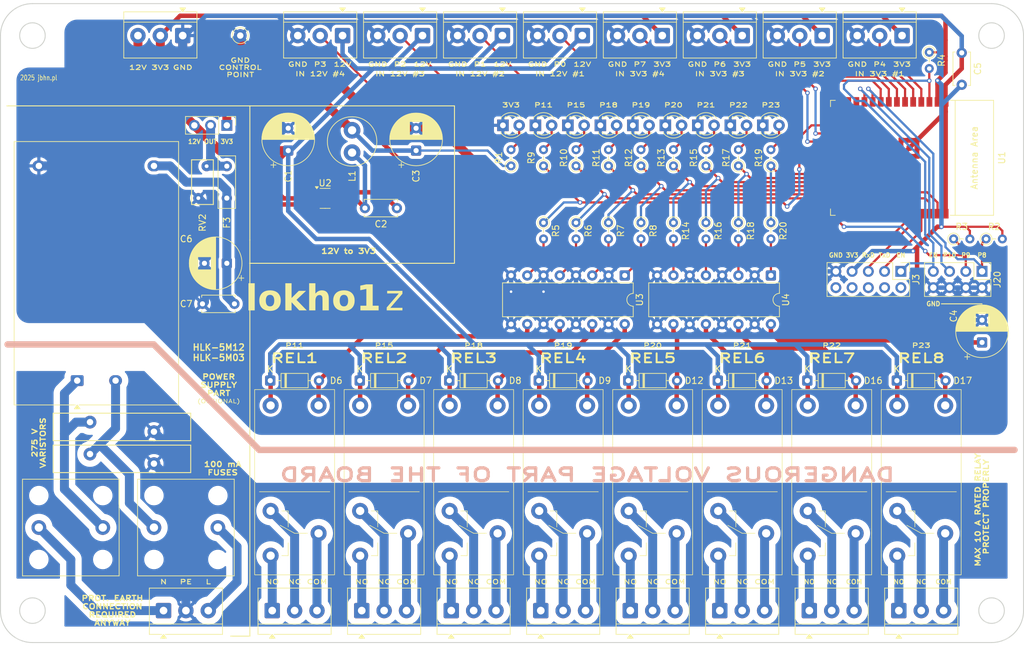
<source format=kicad_pcb>
(kicad_pcb (version 20241229) (generator "pcbnew") (generator_version "9.0")
  (layers (0 "F.Cu" signal) (2 "B.Cu" signal) (13 "F.Paste" user) (15 "B.Paste" user) (5 "F.SilkS" user "F.Silkscreen") (7 "B.SilkS" user "B.Silkscreen") (1 "F.Mask" user) (3 "B.Mask" user) (25 "Edge.Cuts" user))
  (net 0 "")
  (net 1 "+12V")
  (net 2 "GND")
  (net 3 "Net-(U2-BST)")
  (net 4 "Net-(U2-SW)")
  (net 5 "+3V3")
  (net 6 "Net-(D1-A)")
  (net 7 "Net-(D2-A)")
  (net 8 "Net-(D3-A)")
  (net 9 "Net-(D4-A)")
  (net 10 "Net-(D5-A)")
  (net 11 "Net-(D6-A)")
  (net 12 "Net-(D7-A)")
  (net 13 "Net-(D8-A)")
  (net 14 "Net-(D9-A)")
  (net 15 "Net-(D10-A)")
  (net 16 "Net-(D11-A)")
  (net 17 "Net-(D12-A)")
  (net 18 "Net-(D13-A)")
  (net 19 "Net-(D14-A)")
  (net 20 "Net-(D15-A)")
  (net 21 "Net-(D16-A)")
  (net 22 "Net-(D17-A)")
  (net 23 "U0TxD")
  (net 24 "U0Rxd")
  (net 26 "Net-(J4-Pin_3)")
  (net 27 "Net-(J4-Pin_1)")
  (net 28 "Net-(J4-Pin_2)")
  (net 29 "Net-(J5-Pin_1)")
  (net 30 "Net-(J5-Pin_2)")
  (net 31 "Net-(J5-Pin_3)")
  (net 32 "Net-(J6-Pin_1)")
  (net 33 "Net-(J6-Pin_3)")
  (net 34 "Net-(J6-Pin_2)")
  (net 35 "Net-(J7-Pin_2)")
  (net 36 "Net-(J7-Pin_1)")
  (net 37 "Net-(J7-Pin_3)")
  (net 38 "Net-(J8-Pin_3)")
  (net 39 "Net-(J8-Pin_2)")
  (net 40 "Net-(J8-Pin_1)")
  (net 41 "Net-(J9-Pin_2)")
  (net 42 "Net-(J9-Pin_1)")
  (net 43 "Net-(J9-Pin_3)")
  (net 44 "Net-(J10-Pin_1)")
  (net 45 "Net-(J10-Pin_3)")
  (net 46 "Net-(J10-Pin_2)")
  (net 47 "Net-(J11-Pin_2)")
  (net 48 "Net-(J11-Pin_1)")
  (net 49 "Net-(J11-Pin_3)")
  (net 50 "GPIO0")
  (net 51 "GPIO1")
  (net 52 "GPIO2")
  (net 53 "GPIO3")
  (net 54 "GPIO4")
  (net 55 "GPIO5")
  (net 56 "GPIO6")
  (net 57 "GPIO7")
  (net 58 "GPIO9")
  (net 59 "EN")
  (net 60 "Net-(R5-Pad2)")
  (net 61 "GPIO11")
  (net 62 "GPIO15")
  (net 63 "Net-(R6-Pad2)")
  (net 64 "GPIO18")
  (net 65 "Net-(R7-Pad2)")
  (net 66 "GPIO19")
  (net 67 "GPIO20")
  (net 68 "Net-(R14-Pad2)")
  (net 69 "GPIO22")
  (net 70 "Net-(R16-Pad2)")
  (net 71 "GPIO21")
  (net 72 "Net-(R18-Pad2)")
  (net 73 "GPIO23")
  (net 74 "Net-(R20-Pad2)")
  (net 75 "GPIO8")
  (net 76 "GPIO10")
  (net 77 "USBD-")
  (net 78 "USBD+")
  (net 80 "Net-(R8-Pad2)")
  (net 85 "Earth_Protective")
  (net 86 "Net-(J21-Pin_3)")
  (net 87 "Net-(J21-Pin_1)")
  (net 88 "Net-(PS1-+Vout)")
  (net 89 "AC")
  (net 90 "NEUT")
  (net 91 "+VDC")
  (footprint "Diode_THT:D_DO-35_SOD27_P7.62mm_Horizontal" (layer "F.Cu") (at 180.19 109)
    (property "Reference" "D17")
    (property "Value" "BAT85")
  )
  (footprint "Connector_PinHeader_2.54mm:PinHeader_2x04_P2.54mm_Vertical" (layer "F.Cu") (at 193.51 91.91 -90)
    (property "Reference" "J20")
    (property "Value" "Setup")
  )
  (footprint "Capacitor_THT:C_Disc_D5.0mm_W2.5mm_P5.00mm" (layer "F.Cu") (at 71.59 96.99)
    (property "Reference" "C7")
    (property "Value" "100n")
  )
  (footprint "TerminalBlock_4Ucon:TerminalBlock_4Ucon_1x03_P3.50mm_Horizontal" (layer "F.Cu") (at 106 55 180)
    (property "Reference" "J18" (hide yes))
    (property "Value" "R8")
  )
  (footprint "Resistor_THT:R_Axial_DIN0204_L3.6mm_D1.6mm_P2.54mm_Vertical" (layer "F.Cu") (at 135.09 84.29 -90)
    (property "Reference" "R7")
    (property "Value" "360")
  )
  (footprint "Resistor_THT:R_Axial_DIN0204_L3.6mm_D1.6mm_P2.54mm_Vertical" (layer "F.Cu") (at 155.41 75.4 90)
    (property "Reference" "R17")
    (property "Value" "360")
  )
  (footprint "jb_missing:RM87N" (layer "F.Cu") (at 100 139.4 180)
    (property "Reference" "RL2" (hide yes))
    (property "Value" "~")
  )
  (footprint "TerminalBlock_4Ucon:TerminalBlock_4Ucon_1x03_P3.50mm_Horizontal" (layer "F.Cu") (at 110.5 145)
    (property "Reference" "J6" (hide yes))
    (property "Value" "R3")
  )
  (footprint "LED_THT:LED_D3.0mm" (layer "F.Cu") (at 128.74 69.05)
    (property "Reference" "D3" (hide yes))
    (property "Value" "R2")
  )
  (footprint "Resistor_THT:R_Axial_DIN0204_L3.6mm_D1.6mm_P2.54mm_Vertical" (layer "F.Cu") (at 124.93 75.4 90)
    (property "Reference" "R9")
    (property "Value" "360")
  )
  (footprint "TerminalBlock_4Ucon:TerminalBlock_4Ucon_1x03_P3.50mm_Horizontal" (layer "F.Cu") (at 131 55 180)
    (property "Reference" "J16" (hide yes))
    (property "Value" "R8")
  )
  (footprint "TerminalBlock_4Ucon:TerminalBlock_4Ucon_1x03_P3.50mm_Horizontal" (layer "F.Cu") (at 82.5 145)
    (property "Reference" "J4" (hide yes))
    (property "Value" "R1")
  )
  (footprint "Diode_THT:D_DO-35_SOD27_P7.62mm_Horizontal" (layer "F.Cu") (at 138.19 109)
    (property "Reference" "D12")
    (property "Value" "BAT85")
  )
  (footprint "Converter_ACDC:Converter_ACDC_Hi-Link_HLK-5Mxx" (layer "F.Cu") (at 52 109 90)
    (property "Reference" "PS1" (hide yes))
    (property "Value" "HLK-5M12")
  )
  (footprint "TerminalBlock_4Ucon:TerminalBlock_4Ucon_1x03_P3.50mm_Horizontal" (layer "F.Cu") (at 138.5 145)
    (property "Reference" "J8" (hide yes))
    (property "Value" "R5")
  )
  (footprint "Connector_PinHeader_2.54mm:PinHeader_1x03_P2.54mm_Vertical" (layer "F.Cu") (at 75.4 69.05 -90)
    (property "Reference" "J22" (hide yes))
    (property "Value" "V select")
  )
  (footprint "TerminalBlock_4Ucon:TerminalBlock_4Ucon_1x03_P3.50mm_Horizontal" (layer "F.Cu") (at 180.5 145)
    (property "Reference" "J11" (hide yes))
    (property "Value" "R8")
  )
  (footprint "jb_missing:RM87N" (layer "F.Cu") (at 86 139.4 180)
    (property "Reference" "RL1" (hide yes))
    (property "Value" "~")
  )
  (footprint "TerminalBlock_4Ucon:TerminalBlock_4Ucon_1x03_P3.50mm_Horizontal" (layer "F.Cu") (at 166.5 145)
    (property "Reference" "J10" (hide yes))
    (property "Value" "R7")
  )
  (footprint "Varistor:RV_Disc_D7mm_W3.4mm_P5mm" (layer "F.Cu") (at 72.24 75.44 -90)
    (property "Reference" "RV2")
    (property "Value" "18V")
  )
  (footprint "LED_THT:LED_D3.0mm" (layer "F.Cu") (at 154.14 69.05)
    (property "Reference" "D14" (hide yes))
    (property "Value" "R6")
  )
  (footprint "Fuse:Fuseholder_Cylinder-5x20mm_EATON_HBV_Vertical_Closed" (layer "F.Cu") (at 46 132)
    (property "Reference" "F2" (hide yes))
    (property "Value" "Fuse")
  )
  (footprint "Resistor_THT:R_Axial_DIN0204_L3.6mm_D1.6mm_P2.54mm_Vertical" (layer "F.Cu") (at 124.93 84.29 -90)
    (property "Reference" "R5")
    (property "Value" "360")
  )
  (footprint "Capacitor_THT:CP_Radial_D8.0mm_P3.50mm" (layer "F.Cu") (at 105 73 90)
    (property "Reference" "C3")
    (property "Value" "1000u")
  )
  (footprint "Package_TO_SOT_SMD:TSOT-23-6" (layer "F.Cu") (at 90.7725 80.48)
    (property "Reference" "U2")
    (property "Value" "AP63203WU")
  )
  (footprint "TerminalBlock_4Ucon:TerminalBlock_4Ucon_1x03_P3.50mm_Horizontal" (layer "F.Cu") (at 65.5 145)
    (property "Reference" "J21" (hide yes))
    (property "Value" "AC")
  )
  (footprint "TerminalBlock_4Ucon:TerminalBlock_4Ucon_1x03_P3.50mm_Horizontal" (layer "F.Cu") (at 168.5 55 180)
    (property "Reference" "J13" (hide yes))
    (property "Value" "R8")
  )
  (footprint "LED_THT:LED_D3.0mm" (layer "F.Cu") (at 123.66 69.05)
    (property "Reference" "D2" (hide yes))
    (property "Value" "R1")
  )
  (footprint "Diode_THT:D_DO-35_SOD27_P7.62mm_Horizontal" (layer "F.Cu") (at 96.19 109)
    (property "Reference" "D7")
    (property "Value" "BAT85")
  )
  (footprint "Espressif:ESP32-C6-WROOM-1" (layer "F.Cu") (at 179.56 74.13 -90)
    (property "Reference" "U1")
    (property "Value" "ESP32-C6-WROOM-1")
  )
  (footprint "TerminalBlock_4Ucon:TerminalBlock_4Ucon_1x03_P3.50mm_Horizontal" (layer "F.Cu") (at 118.5 55 180)
    (property "Reference" "J17" (hide yes))
    (property "Value" "R8")
  )
  (footprint "Diode_THT:D_DO-35_SOD27_P7.62mm_Horizontal" (layer "F.Cu") (at 82.19 109)
    (property "Reference" "D6")
    (property "Value" "BAT85")
  )
  (footprint "Resistor_THT:R_Axial_DIN0204_L3.6mm_D1.6mm_P2.54mm_Vertical" (layer "F.Cu") (at 140.17 84.29 -90)
    (property "Reference" "R8")
    (property "Value" "360")
  )
  (footprint "LED_THT:LED_D3.0mm" (layer "F.Cu") (at 118.58 69.05)
    (property "Reference" "D1" (hide yes))
    (property "Value" "ON")
  )
  (footprint "Connector_Pin:Pin_D1.0mm_L10.0mm" (layer "F.Cu") (at 77.5 55)
    (property "Reference" "J1" (hide yes))
    (property "Value" "GND")
  )
  (footprint "Diode_THT:D_DO-35_SOD27_P7.62mm_Horizontal" (layer "F.Cu") (at 110.19 109)
    (property "Reference" "D8")
    (property "Value" "BAT85")
  )
  (footprint "Capacitor_THT:C_Disc_D5.0mm_W2.5mm_P5.00mm" (layer "F.Cu") (at 190.335 57.7 -90)
    (property "Reference" "C5")
    (property "Value" "100n")
  )
  (footprint "TerminalBlock_4Ucon:TerminalBlock_4Ucon_1x03_P3.50mm_Horizontal" (layer "F.Cu") (at 124.5 145)
    (property "Reference" "J7" (hide yes))
    (property "Value" "R4")
  )
  (footprint "jb_missing:RM87N" (layer "F.Cu") (at 114 139.4 180)
    (property "Reference" "RL3" (hide yes))
    (property "Value" "~")
  )
  (footprint "Resistor_THT:R_Axial_DIN0204_L3.6mm_D1.6mm_P2.54mm_Vertical" (layer "F.Cu") (at 130.01 75.4 90)
    (property "Reference" "R10")
    (property "Value" "360")
  )
  (footprint "TerminalBlock_4Ucon:TerminalBlock_4Ucon_1x03_P3.50mm_Horizontal" (layer "F.Cu") (at 143.5 55 180)
    (property "Reference" "J15" (hide yes))
    (property "Value" "R8")
  )
  (footprint "Resistor_THT:R_Axial_DIN0204_L3.6mm_D1.6mm_P2.54mm_Vertical" (layer "F.Cu") (at 160.49 75.4 90)
    (property "Reference" "R19")
    (property "Value" "360")
  )
  (footprint "LED_THT:LED_D3.0mm" (layer "F.Cu") (at 138.9 69.05)
    (property "Reference" "D5" (hide yes))
    (property "Value" "R4")
  )
  (footprint "Capacitor_THT:C_Disc_D5.0mm_W2.5mm_P5.00mm" (layer "F.Cu") (at 102 82 180)
    (property "Reference" "C2")
    (property "Value" "100n")
  )
  (footprint "TerminalBlock_4Ucon:TerminalBlock_4Ucon_1x03_P3.50mm_Horizontal" (layer "F.Cu") (at 68.5 55 180)
    (property "Reference" "J2" (hide yes))
    (property "Value" "VIN")
  )
  (footprint "Inductor_THT:L_Radial_D7.5mm_P3.50mm_Fastron_07P" (layer "F.Cu") (at 94.99 73.32 90)
    (property "Reference" "L1")
    (property "Value" "4u7")
  )
  (footprint "LED_THT:LED_D3.0mm" (layer "F.Cu") (at 143.98 69.05)
    (property "Reference" "D10" (hide yes))
    (property "Value" "R5")
  )
  (footprint "Capacitor_THT:C_Disc_D8.0mm_W2.5mm_P5.00mm" (layer "F.Cu") (at 75.4 80.44 90)
    (property "Reference" "F3")
    (property "Value" "Polyfuse")
  )
  (footprint "Varistor:RV_Disc_D21.5mm_W4.3mm_P10mm" (layer "F.Cu") (at 54 120.5)
    (property "Reference" "RV3" (hide yes))
    (property "Value" "275V")
  )
  (footprint "TerminalBlock_4Ucon:TerminalBlock_4Ucon_1x03_P3.50mm_Horizontal" (layer "F.Cu") (at 96.5 145)
    (property "Reference" "J5" (hide yes))
    (property "Value" "R2")
  )
  (footprint "Capacitor_THT:CP_Radial_D8.0mm_P3.50mm" (layer "F.Cu") (at 193.51 103.03 90)
    (property "Reference" "C4")
    (property "Value" "330u")
  )
  (footprint "Resistor_THT:R_Axial_DIN0204_L3.6mm_D1.6mm_P2.54mm_Vertical" (layer "F.Cu") (at 130.01 84.29 -90)
    (property "Reference" "R6")
    (property "Value" "360")
  )
  (footprint "jb_missing:RM87N" (layer "F.Cu") (at 156 139.4 180)
    (property "Reference" "RL6" (hide yes))
    (property "Value" "~")
  )
  (footprint "TerminalBlock_4Ucon:TerminalBlock_4Ucon_1x03_P3.50mm_Horizontal" (layer "F.Cu") (at 152.5 145)
    (property "Reference" "J9" (hide yes))
    (property "Value" "R6")
  )
  (footprint "Package_DIP:DIP-16_W7.62mm" (layer "F.Cu") (at 137.63 92.545 -90)
    (property "Reference" "U3")
    (property "Value" "LTV-847")
  )
  (footprint "TerminalBlock_4Ucon:TerminalBlock_4Ucon_1x03_P3.50mm_Horizontal" (layer "F.Cu") (at 93.5 55 180)
    (property "Reference" "J19" (hide yes))
    (property "Value" "R8")
  )
  (footprint "LED_THT:LED_D3.0mm" (layer "F.Cu") (at 159.22 69.05)
    (property "Reference" "D15" (hide yes))
    (property "Value" "R8")
  )
  (footprint "Resistor_THT:R_Axial_DIN0204_L3.6mm_D1.6mm_P2.54mm_Vertical" (layer "F.Cu") (at 185.255 57.62 -90)
    (property "Reference" "R4")
    (property "Value" "10k")
  )
  (footprint "Diode_THT:D_DO-35_SOD27_P7.62mm_Horizontal" (layer "F.Cu") (at 166.19 109)
    (property "Reference" "D16")
    (property "Value" "BAT85")
  )
  (footprint "Resistor_THT:R_Axial_DIN0204_L3.6mm_D1.6mm_P2.54mm_Vertical" (layer "F.Cu") (at 119.85 75.4 90)
    (property "Reference" "R1")
    (property "Value" "1k")
  )
  (footprint "Resistor_THT:R_Axial_DIN0204_L3.6mm_D1.6mm_P2.54mm_Vertical" (layer "F.Cu") (at 140.17 75.4 90)
    (property "Reference" "R12")
    (property "Value" "360")
  )
  (footprint "Package_DIP:DIP-16_W7.62mm" (layer "F.Cu") (at 160.49 92.545 -90)
    (property "Reference" "U4")
    (property "Value" "LTV-847")
  )
  (footprint "LED_THT:LED_D3.0mm" (layer "F.Cu") (at 133.82 69.05)
    (property "Reference" "D4" (hide yes))
    (property "Value" "R3")
  )
  (footprint "Diode_THT:D_DO-35_SOD27_P7.62mm_Horizontal" (layer "F.Cu") (at 124.19 109)
    (property "Reference" "D9")
    (property "Value" "BAT85")
  )
  (footprint "Resistor_THT:R_Axial_DIN0204_L3.6mm_D1.6mm_P2.54mm_Vertical" (layer "F.Cu") (at 145.25 84.29 -90)
    (property "Reference" "R14")
    (property "Value" "360")
  )
  (footprint "TerminalBlock_4Ucon:TerminalBlock_4Ucon_1x03_P3.50mm_Horizontal" (layer "F.Cu") (at 156 55 180)
    (property "Reference" "J14" (hide yes))
    (property "Value" "R8")
  )
  (footprint "TerminalBlock_4Ucon:TerminalBlock_4Ucon_1x03_P3.50mm_Horizontal" (layer "F.Cu") (at 181 55 180)
    (property "Reference" "J12" (hide yes))
    (property "Value" "R8")
  )
  (footprint "Resistor_THT:R_Axial_DIN0204_L3.6mm_D1.6mm_P2.54mm_Vertical" (layer "F.Cu") (at 150.33 84.29 -90)
    (property "Reference" "R16")
    (property "Value" "360")
  )
  (footprint "Resistor_THT:R_Axial_DIN0204_L3.6mm_D1.6mm_P2.54mm_Vertical" (layer "F.Cu") (at 150.33 75.4 90)
    (property "Reference" "R15")
    (property "Value" "360")
  )
  (footprint "Resistor_THT:R_Axial_DIN0204_L3.6mm_D1.6mm_P2.54mm_Vertical" (layer "F.Cu") (at 155.41 84.29 -90)
    (property "Reference" "R18")
    (property "Value" "360")
  )
  (footprint "Capacitor_THT:CP_Radial_D8.0mm_P3.50mm" (layer "F.Cu") (at 75.4 90.64 180)
    (property "Reference" "C6")
    (property "Value" "1000u")
  )
  (footprint "Resistor_THT:R_Axial_DIN0204_L3.6mm_D1.6mm_P2.54mm_Vertical" (layer "F.Cu") (at 189.065 86.83)
    (property "Reference" "R3")
    (property "Value" "10k")
  )
  (footprint "jb_missing:RM87N" (layer "F.Cu") (at 128 139.4 180)
    (property "Reference" "RL4" (hide yes))
    (property "Value" "~")
  )
  (footprint "Capacitor_THT:CP_Radial_D8.0mm_P3.50mm" (layer "F.Cu") (at 85 73 90)
    (property "Reference" "C1")
    (property "Value" "330u")
  )
  (footprint "LED_THT:LED_D3.0mm" (layer "F.Cu") (at 149.06 69.05)
    (property "Reference" "D11" (hide yes))
    (property "Value" "R7")
  )
  (footprint "Resistor_THT:R_Axial_DIN0204_L3.6mm_D1.6mm_P2.54mm_Vertical" (layer "F.Cu") (at 194.145 86.83)
    (property "Reference" "R2")
    (property "Value" "10k")
  )
  (footprint "Resistor_THT:R_Axial_DIN0204_L3.6mm_D1.6mm_P2.54mm_Vertical" (layer "F.Cu") (at 160.49 84.29 -90)
    (property "Reference" "R20")
    (property "Value" "360")
  )
  (footprint "Resistor_THT:R_Axial_DIN0204_L3.6mm_D1.6mm_P2.54mm_Vertical" (layer "F.Cu") (at 135.09 75.4 90)
    (property "Reference" "R11")
    (property "Value" "360")
  )
  (footprint "jb_missing:RM87N" (layer "F.Cu") (at 184 139.4 180)
    (property "Reference" "RL8" (hide yes))
    (property "Value" "~")
  )
  (footprint "Fuse:Fuseholder_Cylinder-5x20mm_EATON_HBV_Vertical_Closed" (layer "F.Cu") (at 74 132 180)
    (property "Reference" "F1" (hide yes))
    (property "Value" "Fuse")
  )
  (footprint "Resistor_THT:R_Axial_DIN0204_L3.6mm_D1.6mm_P2.54mm_Vertical" (layer "F.Cu") (at 145.25 75.4 90)
    (property "Reference" "R13")
    (property "Value" "360")
  )
  (footprint "jb_missing:RM87N" (layer "F.Cu") (at 142 139.4 180)
    (property "Reference" "RL5" (hide yes))
    (property "Value" "~")
  )
  (footprint "Connector_PinHeader_2.54mm:PinHeader_2x05_P2.54mm_Vertical" (layer "F.Cu") (at 180.81 91.91 -90)
    (property "Reference" "J3")
    (property "Value" "UART")
  )
  (footprint "Diode_THT:D_DO-35_SOD27_P7.62mm_Horizontal" (layer "F.Cu") (at 152.19 109)
    (property "Reference" "D13")
    (property "Value" "BAT85")
  )
  (footprint "jb_missing:RM87N" (layer "F.Cu") (at 170 139.4 180)
    (property "Reference" "RL7" (hide yes))
    (property "Value" "~")
  )
  (footprint "Varistor:RV_Disc_D21.5mm_W4.3mm_P10mm" (layer "F.Cu") (at 54 115.5)
    (property "Reference" "RV1" (hide yes))
    (property "Value" "275V")
  )
  (gr_line (start 187.16 96.99) (end 193.51 96.99) (stroke (width 0.15)) (layer "F.SilkS"))
  (gr_line (start 79 66) (end 111 66) (stroke (width 0.15)) (layer "F.SilkS"))
  (gr_line (start 79 87) (end 79 149) (stroke (width 0.15)) (layer "F.SilkS"))
  (gr_line (start 111 66) (end 111 90.64) (stroke (width 0.15)) (layer "F.SilkS"))
  (gr_line (start 79 87) (end 79 66) (stroke (width 0.15)) (layer "F.SilkS"))
  (gr_line (start 79 149) (end 76 149) (stroke (width 0.15)) (layer "F.SilkS"))
  (gr_line (start 78.96 90.64) (end 110.96 90.64) (stroke (width 0.15)) (layer "F.SilkS"))
  (gr_line (start 79 66) (end 41 66) (stroke (width 0.15)) (layer "F.SilkS"))
  (gr_line (start 80.48 119.85) (end 63.97 103.34) (stroke (width 1)) (layer "B.SilkS"))
  (gr_line (start 63.97 103.34) (end 41.11 103.34) (stroke (width 1)) (layer "B.SilkS"))
  (gr_line (start 198.59 119.85) (end 80.48 119.85) (stroke (width 1)) (layer "B.SilkS"))
  (gr_circle (center 195 145) (end 193 145) (stroke (width 0.15)) (fill no) (layer "Edge.Cuts"))
  (gr_arc (start 45 150) (mid 41.464466 148.535534) (end 40 145) (stroke (width 0.15)) (layer "Edge.Cuts"))
  (gr_arc (start 200 145) (mid 198.535534 148.535534) (end 195 150) (stroke (width 0.15)) (layer "Edge.Cuts"))
  (gr_arc (start 40 55) (mid 41.464466 51.464466) (end 45 50) (stroke (width 0.15)) (layer "Edge.Cuts"))
  (gr_line (start 45 50) (end 195 50) (stroke (width 0.15)) (layer "Edge.Cuts"))
  (gr_circle (center 45 145) (end 47 145) (stroke (width 0.15)) (fill no) (layer "Edge.Cuts"))
  (gr_arc (start 195 50) (mid 198.535534 51.464466) (end 200 55) (stroke (width 0.15)) (layer "Edge.Cuts"))
  (gr_circle (center 195 55) (end 193 55) (stroke (width 0.15)) (fill no) (layer "Edge.Cuts"))
  (gr_line (start 200 55) (end 200 145) (stroke (width 0.15)) (layer "Edge.Cuts"))
  (gr_line (start 195 150) (end 45 150) (stroke (width 0.15)) (layer "Edge.Cuts"))
  (gr_line (start 40 145) (end 40 55) (stroke (width 0.15)) (layer "Edge.Cuts"))
  (gr_circle (center 45 55) (end 47 55) (stroke (width 0.15)) (fill no) (layer "Edge.Cuts"))
  (gr_text "P7" (at 140 59.5 0) (layer "F.SilkS") (effects (font (size 0.7 1) (thickness 0.15) (bold yes))))
  (gr_text "GND" (at 174 59.5 0) (layer "F.SilkS") (effects (font (size 0.7 1) (thickness 0.15) (bold yes))))
  (gr_text "12V to 3V3" (at 94.45 88.735 0) (layer "F.SilkS") (effects (font (size 0.8 1) (thickness 0.2) (bold yes))))
  (gr_text "GND" (at 86.5 59.5 0) (layer "F.SilkS") (effects (font (size 0.7 1) (thickness 0.15) (bold yes))))
  (gr_text "P20" (at 142 103.5 0) (layer "F.SilkS") (effects (font (size 0.7 1) (thickness 0.15) (bold yes))))
  (gr_text "3V3" (at 119.85 65.875 0) (layer "F.SilkS") (effects (font (size 0.7 1) (thickness 0.15) (bold yes))))
  (gr_text "GND" (at 99 59.5 0) (layer "F.SilkS") (effects (font (size 0.7 1) (thickness 0.15) (bold yes))))
  (gr_text "NC" (at 142 140.5 0) (layer "F.SilkS") (effects (font (size 0.7 1) (thickness 0.15) (bold yes))))
  (gr_text "EN" (at 185.89 89.37 0) (layer "F.SilkS") (effects (font (size 0.7 0.7) (thickness 0.15) (bold yes))))
  (gr_text "P22" (at 170 103.5 0) (layer "F.SilkS") (effects (font (size 0.7 1) (thickness 0.15) (bold yes))))
  (gr_text "COM" (at 159.5 140.5 0) (layer "F.SilkS") (effects (font (size 0.7 1) (thickness 0.15) (bold yes))))
  (gr_text "RxD" (at 175.73 89.37 0) (layer "F.SilkS") (effects (font (size 0.7 0.7) (thickness 0.15) (bold yes))))
  (gr_text "P3" (at 90 59.5 0) (layer "F.SilkS") (effects (font (size 0.7 1) (thickness 0.15) (bold yes))))
  (gr_text "12V" (at 118.5 59.5 0) (layer "F.SilkS") (effects (font (size 0.7 1) (thickness 0.15) (bold yes))))
  (gr_text "P10" (at 188.43 89.37 0) (layer "F.SilkS") (effects (font (size 0.7 0.7) (thickness 0.15) (bold yes))))
  (gr_text "PROT. EARTH\nCONNECTION\nREQUIRED\nANYWAY" (at 57.5 145 0) (layer "F.SilkS") (effects (font (size 0.8 1) (thickness 0.2) (bold yes))))
  (gr_text "P4" (at 177.5 59.5 0) (layer "F.SilkS") (effects (font (size 0.7 1) (thickness 0.15) (bold yes))))
  (gr_text "NC" (at 170 140.5 0) (layer "F.SilkS") (effects (font (size 0.7 0.8) (thickness 0.15) (bold yes))))
  (gr_text "GND" (at 68.5 60 0) (layer "F.SilkS") (effects (font (size 0.7 1) (thickness 0.15) (bold yes))))
  (gr_text "P18" (at 135.09 65.875 0) (layer "F.SilkS") (effects (font (size 0.7 1) (thickness 0.15) (bold yes))))
  (gr_text "IN 12V #3" (at 102.5 61 0) (layer "F.SilkS") (effects (font (size 0.7 1) (thickness 0.15) (bold yes))))
  (gr_text "IN 3V3 #1" (at 177.5 61 0) (layer "F.SilkS") (effects (font (size 0.7 1) (thickness 0.15) (bold yes))))
  (gr_text "3V3" (at 156 59.5 0) (layer "F.SilkS") (effects (font (size 0.7 1) (thickness 0.15) (bold yes))))
  (gr_text "L" (at 72.5 140.5 0) (layer "F.SilkS") (effects (font (size 0.7 1) (thickness 0.15) (bold yes))))
  (gr_text "P2" (at 102.5 59.5 0) (layer "F.SilkS") (effects (font (size 0.7 1) (thickness 0.15) (bold yes))))
  (gr_text "REL6" (at 156 105.5 0) (layer "F.SilkS") (effects (font (size 1.4 2) (thickness 0.3) (bold yes))))
  (gr_text "GND\nCONTROL\nPOINT" (at 77.5 60 0) (layer "F.SilkS") (effects (font (size 0.7 1) (thickness 0.15) (bold yes))))
  (gr_text "NO" (at 110.5 140.5 0) (layer "F.SilkS") (effects (font (size 0.7 1) (thickness 0.15) (bold yes))))
  (gr_text "N" (at 65.5 140.5 0) (layer "F.SilkS") (effects (font (size 0.7 1) (thickness 0.15) (bold yes))))
  (gr_text "P5" (at 165 59.5 0) (layer "F.SilkS") (effects (font (size 0.7 1) (thickness 0.15) (bold yes))))
  (gr_text "NO" (at 138.5 140.5 0) (layer "F.SilkS") (effects (font (size 0.7 1) (thickness 0.15) (bold yes))))
  (gr_text "P1" (at 115 59.5 0) (layer "F.SilkS") (effects (font (size 0.7 1) (thickness 0.15) (bold yes))))
  (gr_text "NO" (at 82.5 140.5 0) (layer "F.SilkS") (effects (font (size 0.7 1) (thickness 0.15) (bold yes))))
  (gr_text "12V" (at 131 59.5 0) (layer "F.SilkS") (effects (font (size 0.7 1) (thickness 0.15) (bold yes))))
  (gr_text "TxD" (at 178.27 89.37 0) (layer "F.SilkS") (effects (font (size 0.7 0.7) (thickness 0.15) (bold yes))))
  (gr_text "NC" (at 100 140.5 0) (layer "F.SilkS") (effects (font (size 0.7 1) (thickness 0.15) (bold yes))))
  (gr_text "3V3" (at 65 60 0) (layer "F.SilkS") (effects (font (size 0.7 1) (thickness 0.15) (bold yes))))
  (gr_text "GND" (at 111.5 59.5 0) (layer "F.SilkS") (effects (font (size 0.7 1) (thickness 0.15) (bold yes))))
  (gr_text "COM" (at 173.5 140.5 0) (layer "F.SilkS") (effects (font (size 0.7 0.8) (thickness 0.15) (bold yes))))
  (gr_text "PE" (at 69 140.5 0) (layer "F.SilkS") (effects (font (size 0.7 1) (thickness 0.15) (bold yes))))
  (gr_text "GND" (at 170.65 89.37 0) (layer "F.SilkS") (effects (font (size 0.7 0.7) (thickness 0.15) (bold yes))))
  (gr_text "NC" (at 128 140.5 0) (layer "F.SilkS") (effects (font (size 0.7 1) (thickness 0.15) (bold yes))))
  (gr_text "GND" (at 185.89 96.99 0) (layer "F.SilkS") (effects (font (size 0.7 0.7) (thickness 0.15) (bold yes))))
  (gr_text "COM" (at 145.5 140.5 0) (layer "F.SilkS") (effects (font (size 0.7 1) (thickness 0.15) (bold yes))))
  (gr_text "NO" (at 152.5 140.5 0) (layer "F.SilkS") (effects (font (size 0.7 1) (thickness 0.15) (bold yes))))
  (gr_text "HLK-5M12\nHLK-5M03" (at 74.13 104.61 0) (layer "F.SilkS") (effects (font (size 1 1) (thickness 0.2) (bold yes))))
  (gr_text "REL8" (at 184 105.5 0) (layer "F.SilkS") (effects (font (size 1.4 2) (thickness 0.3) (bold yes))))
  (gr_text "REL1" (at 86 105.5 0) (layer "F.SilkS") (effects (font (size 1.4 2) (thickness 0.3) (bold yes))))
  (gr_text "IN 12V #2" (at 115 61 0) (layer "F.SilkS") (effects (font (size 0.7 1) (thickness 0.15) (bold yes))))
  (gr_text "COM" (at 103.5 140.5 0) (layer "F.SilkS") (effects (font (size 0.7 1) (thickness 0.15) (bold yes))))
  (gr_text "EN" (at 180.81 89.37 0) (layer "F.SilkS") (effects (font (size 0.7 0.7) (thickness 0.15) (bold yes))))
  (gr_text "REL4" (at 128 105.5 0) (layer "F.SilkS") (effects (font (size 1.4 2) (thickness 0.3) (bold yes))))
  (gr_text "P21" (at 156 103.5 0) (layer "F.SilkS") (effects (font (size 0.7 1) (thickness 0.15) (bold yes))))
  (gr_text "P11" (at 124.93 65.875 0) (layer "F.SilkS") (effects (font (size 0.7 1) (thickness 0.15) (bold yes))))
  (gr_text "COM" (at 187.5 140.5 0) (layer "F.SilkS") (effects (font (size 0.7 0.8) (thickness 0.15) (bold yes))))
  (gr_text "REL2" (at 100 105.5 0) (layer "F.SilkS") (effects (font (size 1.4 2) (thickness 0.3) (bold yes))))
  (gr_text "NO" (at 180.5 140.5 0) (layer "F.SilkS") (effects (font (size 0.7 0.8) (thickness 0.15) (bold yes))))
  (gr_text "NC" (at 114 140.5 0) (layer "F.SilkS") (effects (font (size 0.7 1) (thickness 0.15) (bold yes))))
  (gr_text "P0" (at 127.5 59.5 0) (layer "F.SilkS") (effects (font (size 0.7 1) (thickness 0.15) (bold yes))))
  (gr_text "GND" (at 161.5 59.5 0) (layer "F.SilkS") (effects (font (size 0.7 1) (thickness 0.15) (bold yes))))
  (gr_text "REL3" (at 114 105.5 0) (layer "F.SilkS") (effects (font (size 1.4 2) (thickness 0.3) (bold yes))))
  (gr_text "P18" (at 114 103.5 0) (layer "F.SilkS") (effects (font (size 0.7 1) (thickness 0.15) (bold yes))))
  (gr_text "100 mA\nFUSES" (at 74.75 122.75 0) (layer "F.SilkS") (effects (font (size 0.8 1) (thickness 0.2) (bold yes))))
  (gr_text "3V3" (at 181 59.5 0) (layer "F.SilkS") (effects (font (size 0.7 1) (thickness 0.15) (bold yes))))
  (gr_text "P20" (at 145.25 65.875 0) (layer "F.SilkS") (effects (font (size 0.7 1) (thickness 0.15) (bold yes))))
  (gr_text "NC" (at 156 140.5 0) (layer "F.SilkS") (effects (font (size 0.7 1) (thickness 0.15) (bold yes))))
  (gr_text "POWER\nSUPPLY\nPART" (at 74.13 109.69 0) (layer "F.SilkS") (effects (font (size 0.8 1) (thickness 0.2) (bold yes))))
  (gr_text "NO" (at 166.5 140.5 0) (layer "F.SilkS") (effects (font (size 0.7 0.8) (thickness 0.15) (bold yes))))
  (gr_text "2025 jbhn.pl" (at 43.015 62.065 0) (layer "F.SilkS") (effects (font (size 0.8 0.6) (thickness 0.1) (bold yes)) (justify left bottom)))
  (gr_text "REL5" (at 142 105.5 0) (layer "F.SilkS") (effects (font (size 1.4 2) (thickness 0.3) (bold yes))))
  (gr_text "P22" (at 155.41 65.875 0) (layer "F.SilkS") (effects (font (size 0.7 1) (thickness 0.15) (bold yes))))
  (gr_text "IN 3V3 #4" (at 140 61 0) (layer "F.SilkS") (effects (font (size 0.7 1) (thickness 0.15) (bold yes))))
  (gr_text "P9" (at 190.97 89.37 0) (layer "F.SilkS") (effects (font (size 0.7 0.7) (thickness 0.15) (bold yes))))
  (gr_text "lokho1" (at 99.53 96.355 0) (layer "F.SilkS") (effects (font (size 4 4)) (justify right)))
  (gr_text "GND" (at 149 59.5 0) (layer "F.SilkS") (effects (font (size 0.7 1) (thickness 0.15) (bold yes))))
  (gr_text "P23" (at 160.49 65.875 0) (layer "F.SilkS") (effects (font (size 0.7 1) (thickness 0.15) (bold yes))))
  (gr_text "NO" (at 96.5 140.5 0) (layer "F.SilkS") (effects (font (size 0.7 1) (thickness 0.15) (bold yes))))
  (gr_text "P19" (at 140.17 65.875 0) (layer "F.SilkS") (effects (font (size 0.7 1) (thickness 0.15) (bold yes))))
  (gr_text "COM" (at 117.5 140.5 0) (layer "F.SilkS") (effects (font (size 0.7 1) (thickness 0.15) (bold yes))))
  (gr_text "z" (at 100.165 96.355 0) (layer "F.SilkS") (effects (font (size 4 4) (thickness 0.5) (italic yes)) (justify left)))
  (gr_text "3V3" (at 143.5 59.5 0) (layer "F.SilkS") (effects (font (size 0.7 1) (thickness 0.15) (bold yes))))
  (gr_text "NO" (at 124.5 140.5 0) (layer "F.SilkS") (effects (font (size 0.7 1) (thickness 0.15) (bold yes))))
  (gr_text "P21" (at 150.33 65.875 0) (layer "F.SilkS") (effects (font (size 0.7 1) (thickness 0.15) (bold yes))))
  (gr_text "NC" (at 86 140.5 0) (layer "F.SilkS") (effects (font (size 0.7 1) (thickness 0.15) (bold yes))))
  (gr_text "P19" (at 128 103.5 0) (layer "F.SilkS") (effects (font (size 0.7 1) (thickness 0.15) (bold yes))))
  (gr_text "OUT" (at 72.86 71.59 0) (layer "F.SilkS") (effects (font (size 0.7 0.7) (thickness 0.15) (bold yes))))
  (gr_text "3V3" (at 173.19 89.37 0) (layer "F.SilkS") (effects (font (size 0.7 0.7) (thickness 0.15) (bold yes))))
  (gr_text "P6" (at 152.5 59.5 0) (layer "F.SilkS") (effects (font (size 0.7 1) (thickness 0.15) (bold yes))))
  (gr_text "275 V\nVARISTORS" (at 46 118.75 90) (layer "F.SilkS") (effects (font (size 0.8 1) (thickness 0.2) (bold yes))))
  (gr_text "COM" (at 131.5 140.5 0) (layer "F.SilkS") (effects (font (size 0.7 1) (thickness 0.15) (bold yes))))
  (gr_text "NC" (at 184 140.5 0) (layer "F.SilkS") (effects (font (size 0.7 0.8) (thickness 0.15) (bold yes))))
  (gr_text "COM" (at 89.5 140.5 0) (layer "F.SilkS") (effects (font (size 0.7 1) (thickness 0.15) (bold yes))))
  (gr_text "12V" (at 106 59.5 0) (layer "F.SilkS") (effects (font (size 0.7 1) (thickness 0.15) (bold yes))))
  (gr_text "GND" (at 124 59.5 0) (layer "F.SilkS") (effects (font (size 0.7 1) (thickness 0.15) (bold yes))))
  (gr_text "12V" (at 70.32 71.59 0) (layer "F.SilkS") (effects (font (size 0.7 0.7) (thickness 0.15) (bold yes))))
  (gr_text "P11" (at 86 103.5 0) (layer "F.SilkS") (effects (font (size 0.7 1) (thickness 0.15) (bold yes))))
  (gr_text "P15" (at 130.01 65.875 0) (layer "F.SilkS") (effects (font (size 0.7 1) (thickness 0.15) (bold yes))))
  (gr_text "IN 3V3 #2" (at 165 61 0) (layer "F.SilkS") (effects (font (size 0.7 1) (thickness 0.15) (bold yes))))
  (gr_text "3V3" (at 75.4 71.59 0) (layer "F.SilkS") (effects (font (size 0.7 0.7) (thickness 0.15) (bold yes))))
  (gr_text "(OPTIONAL)" (at 74.13 112.23 0) (layer "F.SilkS") (effects (font (size 0.6 0.8) (thickness 0.1))))
  (gr_text "P8" (at 193.51 89.37 0) (layer "F.SilkS") (effects (font (size 0.7 0.7) (thickness 0.15) (bold yes))))
  (gr_text "3V3" (at 168.5 59.5 0) (layer "F.SilkS") (effects (font (size 0.7 1) (thickness 0.15) (bold yes))))
  (gr_text "REL7" (at 170 105.5 0) (layer "F.SilkS") (effects (font (size 1.4 2) (thickness 0.3) (bold yes))))
  (gr_text "IN 3V3 #3" (at 152.5 61 0) (layer "F.SilkS") (effects (font (size 0.7 1) (thickness 0.15) (bold yes))))
  (gr_text "IN 12V #4" (at 90 61 0) (layer "F.SilkS") (effects (font (size 0.7 1) (thickness 0.15) (bold yes))))
  (gr_text "P15" (at 100 103.5 0) (layer "F.SilkS") (effects (font (size 0.7 1) (thickness 0.15) (bold yes))))
  (gr_text "12V" (at 61.5 60 0) (layer "F.SilkS") (effects (font (size 0.7 1) (thickness 0.15) (bold yes))))
  (gr_text "GND" (at 136.5 59.5 0) (layer "F.SilkS") (effects (font (size 0.7 1) (thickness 0.15) (bold yes))))
  (gr_text "MAX 10 A RATED RELAYS\nPROTECT PROPERLY" (at 193.5 128.75 90) (layer "F.SilkS") (effects (font (size 0.8 1) (thickness 0.2) (bold yes))))
  (gr_text "IN 12V #1" (at 127.5 61 0) (layer "F.SilkS") (effects (font (size 0.7 1) (thickness 0.15) (bold yes))))
  (gr_text "12V" (at 93.5 59.5 0) (layer "F.SilkS") (effects (font (size 0.7 1) (thickness 0.15) (bold yes))))
  (gr_text "P23" (at 184 103.5 0) (layer "F.SilkS") (effects (font (size 0.7 1) (thickness 0.15) (bold yes))))
  (gr_text "DANGEROUS VOLTAGE PART OF THE BOARD" (at 180.175 124.93 0) (layer "B.SilkS") (effects (font (size 2 3) (thickness 0.5) (bold yes)) (justify left bottom mirror)))
  (segment (start 180.25 109.06) (end 180.19 109) (width 0.7) (layer "F.Cu") (net 1))
  (segment (start 110.25 109.06) (end 110.19 109) (width 0.7) (layer "F.Cu") (net 1))
  (segment (start 152.25 109.06) (end 152.19 109) (width 0.7) (layer "F.Cu") (net 1))
  (segment (start 84.29 80.48) (end 83.02 79.21) (width 0.7) (layer "F.Cu") (net 1))
  (segment (start 89.635 80.48) (end 84.29 80.48) (width 0.7) (layer "F.Cu") (net 1))
  (segment (start 83.02 74.98) (end 85 73) (width 0.7) (layer "F.Cu") (net 1))
  (segment (start 83.97 81.43) (end 83.02 80.48) (width 0.7) (layer "F.Cu") (net 1))
  (segment (start 89.635 81.43) (end 83.97 81.43) (width 0.7) (layer "F.Cu") (net 1))
  (segment (start 70.32 69.05) (end 74.27 73) (width 1.4) (layer "F.Cu") (net 1))
  (segment (start 180.25 112.9) (end 180.25 109.06) (width 0.7) (layer "F.Cu") (net 1))
  (segment (start 61.5 55) (end 61.5 60.23) (width 1.4) (layer "F.Cu") (net 1))
  (segment (start 82.25 112.9) (end 82.25 109.06) (width 0.7) (layer "F.Cu") (net 1))
  (segment (start 74.27 73) (end 85 73) (width 1.4) (layer "F.Cu") (net 1))
  (segment (start 166.25 112.9) (end 166.25 109.06) (width 0.7) (layer "F.Cu") (net 1))
  (segment (start 124.25 112.9) (end 124.25 109.06) (width 0.7) (layer "F.Cu") (net 1))
  (segment (start 96.25 112.9) (end 96.25 109.06) (width 0.7) (layer "F.Cu") (net 1))
  (segment (start 152.25 112.9) (end 152.25 109.06) (width 0.7) (layer "F.Cu") (net 1))
  (segment (start 83.02 79.21) (end 83.02 74.98) (width 0.7) (layer "F.Cu") (net 1))
  (segment (start 124.25 109.06) (end 124.19 109) (width 0.7) (layer "F.Cu") (net 1))
  (segment (start 166.25 109.06) (end 166.19 109) (width 0.7) (layer "F.Cu") (net 1))
  (segment (start 138.25 109.06) (end 138.19 109) (width 0.7) (layer "F.Cu") (net 1))
  (segment (start 138.25 112.9) (end 138.25 109.06) (width 0.7) (layer "F.Cu") (net 1))
  (segment (start 96.25 109.06) (end 96.19 109) (width 0.7) (layer "F.Cu") (net 1))
  (segment (start 110.25 112.9) (end 110.25 109.06) (width 0.7) (layer "F.Cu") (net 1))
  (segment (start 83.02 80.48) (end 83.02 79.21) (width 0.7) (layer "F.Cu") (net 1))
  (segment (start 82.25 109.06) (end 82.19 109) (width 0.7) (layer "F.Cu") (net 1))
  (segment (start 61.5 60.23) (end 70.32 69.05) (width 1.4) (layer "F.Cu") (net 1))
  (segment (start 118.5 55) (end 113.34 60.16) (width 0.7) (layer "B.Cu") (net 1))
  (segment (start 95.72 60.16) (end 93.5 57.94) (width 0.7) (layer "B.Cu") (net 1))
  (segment (start 85.42 73) (end 85 73) (width 0.7) (layer "B.Cu") (net 1))
  (segment (start 114.135 103.34) (end 122.39 103.34) (width 0.7) (layer "B.Cu") (net 1))
  (segment (start 124.19 105.14) (end 122.39 103.34) (width 0.7) (layer "B.Cu") (net 1))
  (segment (start 106 55) (end 100.84 60.16) (width 0.7) (layer "B.Cu") (net 1))
  (segment (start 98.26 60.16) (end 100.84 60.16) (width 0.7) (layer "B.Cu") (net 1))
  (segment (start 108.42 103.34) (end 114.135 103.34) (width 0.7) (layer "B.Cu") (net 1))
  (segment (start 166.19 105.23) (end 164.3 103.34) (width 0.7) (layer "B.Cu") (net 1))
  (segment (start 166.19 109) (end 166.19 105.23) (width 0.7) (layer "B.Cu") (net 1))
  (segment (start 85 73) (end 85 82.46) (width 0.7) (layer "B.Cu") (net 1))
  (segment (start 83.655 103.34) (end 94.45 103.34) (width 0.7) (layer "B.Cu") (net 1))
  (segment (start 88.1 70.32) (end 98.26 60.16) (width 0.7) (layer "B.Cu") (net 1))
  (segment (start 136.36 103.34) (end 150.33 103.34) (width 0.7) (layer "B.Cu") (net 1))
  (segment (start 110.19 105.11) (end 108.42 103.34) (width 0.7) (layer "B.Cu") (net 1))
  (segment (start 88.1 70.32) (end 85.42 73) (width 0.7) (layer "B.Cu") (net 1))
  (segment (start 96.19 105.08) (end 94.45 103.34) (width 0.7) (layer "B.Cu") (net 1))
  (segment (start 110.19 109) (end 110.19 105.11) (width 0.7) (layer "B.Cu") (net 1))
  (segment (start 89.37 86.83) (end 97.625 86.83) (width 0.7) (layer "B.Cu") (net 1))
  (segment (start 97.625 86.83) (end 114.135 103.34) (width 0.7) (layer "B.Cu") (net 1))
  (segment (start 122.39 103.34) (end 136.36 103.34) (width 0.7) (layer "B.Cu") (net 1))
  (segment (start 138.19 109) (end 138.19 105.17) (width 0.7) (layer "B.Cu") (net 1))
  (segment (start 152.19 109) (end 152.19 105.2) (width 0.7) (layer "B.Cu") (net 1))
  (segment (start 138.19 105.17) (end 136.36 103.34) (width 0.7) (layer "B.Cu") (net 1))
  (segment (start 178.27 103.34) (end 180.19 105.26) (width 0.7) (layer "B.Cu") (net 1))
  (segment (start 164.3 103.34) (end 178.27 103.34) (width 0.7) (layer "B.Cu") (net 1))
  (segment (start 125.84 60.16) (end 131 55) (width 0.7) (layer "B.Cu") (net 1))
  (segment (start 98.26 60.16) (end 95.72 60.16) (width 0.7) (layer "B.Cu") (net 1))
  (segment (start 82.19 104.805) (end 83.655 103.34) (width 0.7) (layer "B.Cu") (net 1))
  (segment (start 93.5 57.94) (end 93.5 55) (width 0.7) (layer "B.Cu") (net 1))
  (segment (start 150.33 103.34) (end 164.3 103.34) (width 0.7) (layer "B.Cu") (net 1))
  (segment (start 100.84 60.16) (end 125.84 60.16) (width 0.7) (layer "B.Cu") (net 1))
  (segment (start 152.19 105.2) (end 150.33 103.34) (width 0.7) (layer "B.Cu") (net 1))
  (segment (start 180.19 105.26) (end 180.19 109) (width 0.7) (layer "B.Cu") (net 1))
  (segment (start 85 82.46) (end 89.37 86.83) (width 0.7) (layer "B.Cu") (net 1))
  (segment (start 82.19 109) (end 82.19 104.805) (width 0.7) (layer "B.Cu") (net 1))
  (segment (start 94.45 103.34) (end 108.42 103.34) (width 0.7) (layer "B.Cu") (net 1))
  (segment (start 124.19 109) (end 124.19 105.14) (width 0.7) (layer "B.Cu") (net 1))
  (segment (start 96.19 109) (end 96.19 105.08) (width 0.7) (layer "B.Cu") (net 1))
  (segment (start 79.21 58.89) (end 77.5 57.18) (width 1.4) (layer "F.Cu") (net 2))
  (segment (start 187.82 65.38) (end 187.795 65.355) (width 0.7) (layer "F.Cu") (net 2))
  (segment (start 187.82 65.38) (end 187.82 66.905) (width 0.7) (layer "F.Cu") (net 2))
  (segment (start 68.5 57.07) (end 68.5 55) (width 1.4) (layer "F.Cu") (net 2))
  (segment (start 94.13 81.43) (end 94.45 81.75) (width 0.7) (layer "F.Cu") (net 2))
  (segment (start 183.35 71.375) (end 183.35 73.875) (width 0.7) (layer "F.Cu") (net 2))
  (segment (start 99.98 72.04) (end 99.98 69.5) (width 0.7) (layer "F.Cu") (net 2))
  (segment (start 70.32 58.89) (end 68.5 57.07) (width 1.4) (layer "F.Cu") (net 2))
  (segment (start 107.15 84.29) (end 108.42 83.02) (width 0.7) (layer "F.Cu") (net 2))
  (segment (start 108.42 83.02) (end 108.42 80.48) (width 0.7) (layer "F.Cu") (net 2))
  (segment (start 89.37 58.89) (end 79.21 58.89) (width 1.4) (layer "F.Cu") (net 2))
  (segment (start 190.335 60.16) (end 190.335 57.7) (width 0.7) (layer "F.Cu") (net 2))
  (segment (start 180.85 71.375) (end 183.35 71.375) (width 0.7) (layer "F.Cu") (net 2))
  (segment (start 116.04 95.085) (end 119.85 95.085) (width 1.4) (layer "F.Cu") (net 2))
  (segment (start 105 69.5) (end 99.98 69.5) (width 1.4) (layer "F.Cu") (net 2))
  (segment (start 180.85 73.875) (end 180.85 71.375) (width 0.7) (layer "F.Cu") (net 2))
  (segment (start 99.98 69.5) (end 89.37 58.89) (width 1.4) (layer "F.Cu") (net 2))
  (segment (start 114.77 93.815) (end 116.04 95.085) (width 1.4) (layer "F.Cu") (net 2))
  (segment (start 114.77 75.4) (end 114.77 93.815) (width 1.4) (layer "F.Cu") (net 2))
  (segment (start 187.82 66.905) (end 187.82 82.88) (width 0.7) (layer "F.Cu") (net 2))
  (segment (start 94.45 83.02) (end 95.72 84.29) (width 0.7) (layer "F.Cu") (net 2))
  (segment (start 103.34 84.29) (end 107.15 84.29) (width 0.7) (layer "F.Cu") (net 2))
  (segment (start 79.21 58.89) (end 70.32 58.89) (width 1.4) (layer "F.Cu") (net 2))
  (segment (start 187.82 66.905) (end 180.85 73.875) (width 0.7) (layer "F.Cu") (net 2))
  (segment (start 183.35 73.875) (end 180.85 73.875) (width 0.7) (layer "F.Cu") (net 2))
  (segment (start 108.42 80.48) (end 99.98 72.04) (width 0.7) (layer "F.Cu") (net 2))
  (segment (start 187.795 65.355) (end 187.795 62.7) (width 0.7) (layer "F.Cu") (net 2))
  (segment (start 105 69.5) (end 108.87 69.5) (width 1.4) (layer "F.Cu") (net 2))
  (segment (start 94.45 81.75) (end 94.45 83.02) (width 0.7) (layer "F.Cu") (net 2))
  (segment (start 77.5 57.18) (end 77.5 55) (width 1.4) (layer "F.Cu") (net 2))
  (segment (start 95.72 84.29) (end 103.34 84.29) (width 0.7) (layer "F.Cu") (net 2))
  (segment (start 108.87 69.5) (end 114.77 75.4) (width 1.4) (layer "F.Cu") (net 2))
  (segment (start 187.795 62.7) (end 190.335 60.16) (width 0.7) (layer "F.Cu") (net 2))
  (segment (start 91.91 81.43) (end 94.13 81.43) (width 0.7) (layer "F.Cu") (net 2))
  (segment (start 119.85 95.085) (end 124.93 95.085) (width 1.4) (layer "F.Cu") (net 2))
  (via (at 119.85 95.085) (size 0.7) (drill 0.4) (layers "F.Cu" "B.Cu") (net 2))
  (via (at 124.93 95.085) (size 0.7) (drill 0.4) (layers "F.Cu" "B.Cu") (net 2))
  (segment (start 159.22 67.78) (end 159.22 69.05) (width 0.35) (layer "B.Cu") (net 2))
  (segment (start 168.11 51.905) (end 157.315 51.905) (width 0.7) (layer "B.Cu") (net 2))
  (segment (start 136.5 55) (end 133.405 51.905) (width 0.7) (layer "B.Cu") (net 2))
  (segment (start 99 55) (end 95.905 51.905) (width 0.7) (layer "B.Cu") (net 2))
  (segment (start 161.5 55) (end 158.405 51.905) (width 0.7) (layer "B.Cu") (net 2))
  (segment (start 71.9 96.68) (end 71.59 96.99) (width 1.4) (layer "B.Cu") (net 2))
  (segment (start 189.7 96.355) (end 189.7 94.45) (width 0.7) (layer "B.Cu") (net 2))
  (segment (start 50 75.4) (end 46 75.4) (width 1.4) (layer "B.Cu") (net 2))
  (segment (start 149.06 65.875) (end 154.14 65.875) (width 0.35) (layer "B.Cu") (net 2))
  (segment (start 190.335 55.08) (end 190.335 57.7) (width 0.7) (layer "B.Cu") (net 2))
  (segment (start 174 55) (end 170.905 51.905) (width 0.7) (layer "B.Cu") (net 2))
  (segment (start 152.87 100.165) (end 152.87 95.085) (width 0.7) (layer "B.Cu") (net 2))
  (segment (start 75 57.5) (end 77.5 55) (width 1.4) (layer "B.Cu") (net 2))
  (segment (start 83.59 69.5) (end 71.59 57.5) (width 1.4) (layer "B.Cu") (net 2))
  (segment (start 118.58 67.78) (end 118.58 69.05) (width 0.35) (layer "B.Cu") (net 2))
  (segment (start 83.02 51.905) (end 72.095 51.905) (width 0.7) (layer "B.Cu") (net 2))
  (segment (start 168.11 97.625) (end 188.43 97.625) (width 0.7) (layer "B.Cu") (net 2))
  (segment (start 132.55 51.905) (end 119.215 51.905) (width 0.7) (layer "B.Cu") (net 2))
  (segment (start 149 55) (end 145.905 51.905) (width 0.7) (layer "B.Cu") (net 2))
  (segment (start 187.16 51.905) (end 187.795 52.54) (width 0.7) (layer "B.Cu") (net 2))
  (segment (start 71.9 90.64) (end 71.9 96.68) (width 1.4) (layer "B.Cu") (net 2))
  (segment (start 123.66 67.78) (end 125.565 65.875) (width 0.35) (layer "B.Cu") (net 2))
  (segment (start 188.43 97.625) (end 190.335 99.53) (width 0.7) (layer "B.Cu") (net 2))
  (segment (start 120.485 65.875) (end 118.58 67.78) (width 0.35) (layer "B.Cu") (net 2))
  (segment (start 71.9 90.64) (end 71.9 85.56) (width 1.4) (layer "B.Cu") (net 2))
  (segment (start 105.245 51.905) (end 94.45 51.905) (width 0.7) (layer "B.Cu") (net 2))
  (segment (start 83.405 51.905) (end 83.02 51.905) (width 0.7) (layer "B.Cu") (net 2))
  (segment (start 147.79 95.085) (end 147.79 100.165) (width 0.7) (layer "B.Cu") (net 2))
  (segment (start 165.57 95.085) (end 168.11 97.625) (width 0.7) (layer "B.Cu") (net 2))
  (segment (start 133.82 65.875) (end 138.9 65.875) (width 0.35) (layer "B.Cu") (net 2))
  (segment (start 119.215 51.905) (end 105.245 51.905) (width 0.7) (layer "B.Cu") (net 2))
  (segment (start 68.5 57.5) (end 68.5 55) (width 1.4) (layer "B.Cu") (net 2))
  (segment (start 147.79 95.085) (end 142.71 95.085) (width 0.7) (layer "B.Cu") (net 2))
  (segment (start 143.98 65.875) (end 149.06 65.875) (width 0.35) (layer "B.Cu") (net 2))
  (segment (start 50 75.4) (end 60.16 85.56) (width 1.4) (layer "B.Cu") (net 2))
  (segment (start 158.585 53.175) (end 157.315 51.905) (width 0.35) (layer "B.Cu") (net 2))
  (segment (start 124 55) (end 120.905 51.905) (width 0.7) (layer "B.Cu") (net 2))
  (segment (start 168.745 91.91) (end 165.57 95.085) (width 0.7) (layer "B.Cu") (net 2))
  (segment (start 190.335 99.53) (end 193.51 99.53) (width 0.7) (layer "B.Cu") (net 2))
  (segment (start 147.79 92.545) (end 147.79 95.085) (width 0.7) (layer "B.Cu") (net 2))
  (segment (start 128.74 65.875) (end 133.82 65.875) (width 0.35) (layer "B.Cu") (net 2))
  (segment (start 157.315 51.905) (end 154.775 51.905) (width 0.7) (layer "B.Cu") (net 2))
  (segment (start 128.74 69.05) (end 128.74 65.875) (width 0.35) (layer "B.Cu") (net 2))
  (segment (start 170.65 91.91) (end 168.745 91.91) (width 0.7) (layer "B.Cu") (net 2))
  (segment (start 157.95 100.165) (end 157.95 95.085) (width 0.7) (layer "B.Cu") (net 2))
  (segment (start 157.315 64.605) (end 158.585 63.335) (width 0.35) (layer "B.Cu") (net 2))
  (segment (start 125.565 65.875) (end 128.74 65.875) (width 0.35) (layer "B.Cu") (net 2))
  (segment (start 157.95 95.085) (end 152.87 95.085) (width 0.7) (layer "B.Cu") (net 2))
  (segment (start 125.565 65.875) (end 120.485 65.875) (width 0.35) (layer "B.Cu") (net 2))
  (segment (start 68.5 57.5) (end 67.9 57.5) (width 1.4) (layer "B.Cu") (net 2))
  (segment (start 86.5 55) (end 83.405 51.905) (width 0.7) (layer "B.Cu") (net 2))
  (segment (start 130.01 92.545) (end 130.01 100.165) (width 0.7) (layer "B.Cu") (net 2))
  (segment (start 142.71 95.085) (end 119.85 95.085) (width 0.7) (layer "B.Cu") (net 2))
  (segment (start 69 55) (end 68.5 55) (width 0.7) (layer "B.Cu") (net 2))
  (segment (start 67.9 57.5) (end 50 75.4) (width 1.4) (layer "B.Cu") (net 2))
  (segment (start 165.57 95.085) (end 157.95 95.085) (width 0.7) (layer "B.Cu") (net 2))
  (segment (start 158.585 63.335) (end 158.585 53.175) (width 0.35) (layer "B.Cu") (net 2))
  (segment (start 143.98 69.05) (end 143.98 65.875) (width 0.35) (layer "B.Cu") (net 2))
  (segment (start 138.9 65.875) (end 143.98 65.875) (width 0.35) (layer "B.Cu") (net 2))
  (segment (start 111.5 55) (end 108.405 51.905) (width 0.7) (layer "B.Cu") (net 2))
  (segment (start 152.87 92.545) (end 152.87 95.085) (width 0.7) (layer "B.Cu") (net 2))
  (segment (start 71.59 57.5) (end 75 57.5) (width 1.4) (layer "B.Cu") (net 2))
  (segment (start 124.93 95.085) (end 124.93 100.165) (width 0.7) (layer "B.Cu") (net 2))
  (segment (start 189.7 94.45) (end 193.51 94.45) (width 0.7) (layer "B.Cu") (net 2))
  (segment (start 157.315 65.875) (end 157.315 64.605) (width 0.35) (layer "B.Cu") (net 2))
  (segment (start 68.5 57.5) (end 71.59 57.5) (width 1.4) (layer "B.Cu") (net 2))
  (segment (start 133.82 69.05) (end 133.82 65.875) (width 0.35) (layer "B.Cu") (net 2))
  (segment (start 119.85 92.545) (end 119.85 95.085) (width 0.7) (layer "B.Cu") (net 2))
  (segment (start 170.905 51.905) (end 187.16 51.905) (width 0.7) (layer "B.Cu") (net 2))
  (segment (start 157.315 65.875) (end 159.22 67.78) (width 0.35) (layer "B.Cu") (net 2))
  (segment (start 119.85 95.085) (end 119.85 100.165) (width 0.7) (layer "B.Cu") (net 2))
  (segment (start 123.66 69.05) (end 123.66 67.78) (width 0.35) (layer "B.Cu") (net 2))
  (segment (start 85 69.5) (end 83.59 69.5) (width 1.4) (layer "B.Cu") (net 2))
  (segment (start 187.795 52.54) (end 190.335 55.08) (width 0.7) (layer "B.Cu") (net 2))
  (segment (start 72.095 51.905) (end 69 55) (width 0.7) (layer "B.Cu") (net 2))
  (segment (start 154.14 69.05) (end 154.14 65.875) (width 0.35) (layer "B.Cu") (net 2))
  (segment (start 154.775 51.905) (end 143.345 51.905) (width 0.7) (layer "B.Cu") (net 2))
  (segment (start 71.9 85.56) (end 71.9 81.4) (width 1.4) (layer "B.Cu") (net 2))
  (segment (start 71.9 81.4) (end 70.94 80.44) (width 1.4) (layer "B.Cu") (net 2))
  (segment (start 154.14 65.875) (end 157.315 65.875) (width 0.35) (layer "B.Cu") (net 2))
  (segment (start 138.9 69.05) (end 138.9 65.875) (width 0.35) (layer "B.Cu") (net 2))
  (segment (start 135.09 92.545) (end 135.09 100.165) (width 0.7) (layer "B.Cu") (net 2))
  (segment (start 185.89 94.45) (end 189.7 94.45) (width 0.7) (layer "B.Cu") (net 2))
  (segment (start 157.95 92.545) (end 157.95 95.085) (width 0.7) (layer "B.Cu") (net 2))
  (segment (start 94.45 51.905) (end 83.02 51.905) (width 0.7) (layer "B.Cu") (net 2))
  (segment (start 142.71 95.085) (end 142.71 92.545) (width 0.7) (layer "B.Cu") (net 2))
  (segment (start 143.345 51.905) (end 132.55 51.905) (width 0.7) (layer "B.Cu") (net 2))
  (segment (start 60.16 85.56) (end 71.9 85.56) (width 1.4) (layer "B.Cu") (net 2))
  (segment (start 170.905 51.905) (end 168.11 51.905) (width 0.7) (layer "B.Cu") (net 2))
  (segment (start 152.87 95.085) (end 147.79 95.085) (width 0.7) (layer "B.Cu") (net 2))
  (segment (start 124.93 92.545) (end 124.93 95.085) (width 0.7) (layer "B.Cu") (net 2))
  (segment (start 142.71 100.165) (end 142.71 95.085) (width 0.7) (layer "B.Cu") (net 2))
  (segment (start 149.06 69.05) (end 149.06 65.875) (width 0.35) (layer "B.Cu") (net 2))
  (segment (start 188.43 97.625) (end 189.7 96.355) (width 0.7) (layer "B.Cu") (net 2))
  (segment (start 99.53 79.53) (end 102 82) (width 0.7) (layer "F.Cu") (net 3))
  (segment (start 91.91 79.53) (end 99.53 79.53) (width 0.7) (layer "F.Cu") (net 3))
  (segment (start 91.91 80.48) (end 95.48 80.48) (width 0.7) (layer "F.Cu") (net 4))
  (segment (start 95.48 80.48) (end 97 82) (width 0.7) (layer "F.Cu") (net 4))
  (segment (start 97 75.33) (end 97 82) (width 0.7) (layer "B.Cu") (net 4))
  (segment (start 94.99 73.32) (end 97 75.33) (width 0.7) (layer "B.Cu") (net 4))
  (segment (start 186.525 57.62) (end 187.795 58.89) (width 0.35) (layer "F.Cu") (net 5))
  (segment (start 156 55) (end 152.905 51.905) (width 0.7) (layer "F.Cu") (net 5))
  (segment (start 187.795 52.54) (end 187.16 51.905) (width 0.7) (layer "F.Cu") (net 5))
  (segment (start 177.905 51.905) (end 68.095 51.905) (width 0.7) (layer "F.Cu") (net 5))
  (segment (start 75.4 66.51) (end 74.13 65.24) (width 1.4) (layer "F.Cu") (net 5))
  (segment (start 89.635 79.53) (end 87.15 79.53) (width 0.7) (layer "F.Cu") (net 5))
  (segment (start 182.715 88.735) (end 182.715 88.730793) (width 0.7) (layer "F.Cu") (net 5))
  (segment (start 182.715 88.730793) (end 183.347896 88.097896) (width 0.7) (layer "F.Cu") (net 5))
  (segment (start 86.83 75.4) (end 93.7 68.53) (width 0.7) (layer "F.Cu") (net 5))
  (segment (start 69.05 61.43) (end 65 57.38) (width 1.4) (layer "F.Cu") (net 5))
  (segment (start 187.795 58.89) (end 187.795 58.255) (width 0.7) (layer "F.Cu") (net 5))
  (segment (start 196.685 85.56) (end 196.05 84.925) (width 0.35) (layer "F.Cu") (net 5))
  (segment (start 93.7 68.53) (end 87.87 62.7) (width 1.4) (layer "F.Cu") (net 5))
  (segment (start 185.255 57.62) (end 186.525 57.62) (width 0.35) (layer "F.Cu") (net 5))
  (segment (start 168.5 55) (end 165.405 51.905) (width 0.7) (layer "F.Cu") (net 5))
  (segment (start 87.15 79.53) (end 86.83 79.21) (width 0.7) (layer "F.Cu") (net 5))
  (segment (start 186.525 84.925) (end 187.16 84.925) (width 0.7) (layer "F.Cu") (net 5))
  (segment (start 75.4 69.05) (end 75.4 66.51) (width 1.4) (layer "F.Cu") (net 5))
  (segment (start 187.795 58.255) (end 187.795 55.715) (width 0.7) (layer "F.Cu") (net 5))
  (segment (start 188.755 103.03) (end 193.51 103.03) (width 0.7) (layer "F.Cu") (net 5))
  (segment (start 183.347896 97.622896) (end 188.755 103.03) (width 0.7) (layer "F.Cu") (net 5))
  (segment (start 183.347896 88.097896) (end 185.885793 85.56) (width 0.7) (layer "F.Cu") (net 5))
  (segment (start 190.97 84.925) (end 187.16 84.925) (width 0.35) (layer "F.Cu") (net 5))
  (segment (start 181 55) (end 177.905 51.905) (width 0.7) (layer "F.Cu") (net 5))
  (segment (start 187.795 55.715) (end 187.795 52.54) (width 0.7) (layer "F.Cu") (net 5))
  (segment (start 87.87 62.7) (end 70.32 62.7) (width 1.4) (layer "F.Cu") (net 5))
  (segment (start 68.095 51.905) (end 65 55) (width 0.7) (layer "F.Cu") (net 5))
  (segment (start 196.685 86.83) (end 196.685 85.56) (width 0.35) (layer "F.Cu") (net 5))
  (segment (start 185.89 85.56) (end 186.525 84.925) (width 0.7) (layer "F.Cu") (net 5))
  (segment (start 186.55 65.38) (end 186.55 62.04) (width 0.7) (layer "F.Cu") (net 5))
  (segment (start 94.99 69.82) (end 93.7 68.53) (width 1.4) (layer "F.Cu") (net 5))
  (segment (start 86.83 79.21) (end 86.83 75.4) (width 0.7) (layer "F.Cu") (net 5))
  (segment (start 187.16 51.905) (end 183.985 51.905) (width 0.7) (layer "F.Cu") (net 5))
  (segment (start 183.985 51.905) (end 177.905 51.905) (width 0.7) (layer "F.Cu") (net 5))
  (segment (start 191.605 86.83) (end 191.605 85.56) (width 0.35) (layer "F.Cu") (net 5))
  (segment (start 74.13 65.24) (end 72.86 65.24) (width 1.4) (layer "F.Cu") (net 5))
  (segment (start 186.55 62.04) (end 186.55 62.7) (width 0.7) (layer "F.Cu") (net 5))
  (segment (start 183.347896 88.097896) (end 183.347896 97.622896) (width 0.7) (layer "F.Cu") (net 5))
  (segment (start 143.5 55) (end 140.405 51.905) (width 0.7) (layer "F.Cu") (net 5))
  (segment (start 65 57.38) (end 65 55) (width 1.4) (layer "F.Cu") (net 5))
  (segment (start 70.32 62.7) (end 69.05 61.43) (width 1.4) (layer "F.Cu") (net 5))
  (segment (start 186.55 62.04) (end 187.795 60.795) (width 0.7) (layer "F.Cu") (net 5))
  (segment (start 196.05 84.925) (end 190.97 84.925) (width 0.35) (layer "F.Cu") (net 5))
  (segment (start 72.86 65.24) (end 69.05 61.43) (width 1.4) (layer "F.Cu") (net 5))
  (segment (start 187.795 60.795) (end 187.795 58.89) (width 0.7) (layer "F.Cu") (net 5))
  (segment (start 191.605 85.56) (end 190.97 84.925) (width 0.35) (layer "F.Cu") (net 5))
  (segment (start 185.885793 85.56) (end 185.89 85.56) (width 0.7) (layer "F.Cu") (net 5))
  (via (at 186.55 62.04) (size 0.7) (drill 0.4) (layers "F.Cu" "B.Cu") (net 5))
  (via (at 182.715 88.735) (size 0.7) (drill 0.4) (layers "F.Cu" "B.Cu") (net 5))
  (via (at 187.16 84.925) (size 0.7) (drill 0.4) (layers "F.Cu" "B.Cu") (net 5))
  (segment (start 187.16 62.65) (end 187.16 65.875) (width 0.7) (layer "B.Cu") (net 5))
  (segment (start 186.55 62.04) (end 187.16 62.65) (width 0.7) (layer "B.Cu") (net 5))
  (segment (start 119.85 75.4) (end 118.58 75.4) (width 0.35) (layer "B.Cu") (net 5))
  (segment (start 173.19 91.91) (end 176.365 88.735) (width 0.7) (layer "B.Cu") (net 5))
  (segment (start 187.16 84.925) (end 187.16 65.875) (width 0.7) (layer "B.Cu") (net 5))
  (segment (start 186.55 62.04) (end 186.525 62.065) (width 0.7) (layer "B.Cu") (net 5))
  (segment (start 98.17 73) (end 94.99 69.82) (width 0.7) (layer "B.Cu") (net 5))
  (segment (start 118.58 75.4) (end 116.18 73) (width 0.35) (layer "B.Cu") (net 5))
  (segment (start 116.18 73) (end 105 73) (width 0.35) (layer "B.Cu") (net 5))
  (segment (start 176.365 88.735) (end 182.715 88.735) (width 0.7) (layer "B.Cu") (net 5))
  (segment (start 105 73) (end 98.17 73) (width 0.7) (layer "B.Cu") (net 5))
  (segment (start 187.16 65.875) (end 190.335 62.7) (width 0.7) (layer "B.Cu") (net 5))
  (segment (start 119.85 72.86) (end 121.12 71.59) (width 0.35) (layer "F.Cu") (net 6))
  (segment (start 121.12 71.59) (end 121.12 69.05) (width 0.35) (layer "F.Cu") (net 6))
  (segment (start 124.93 72.86) (end 126.2 71.59) (width 0.35) (layer "F.Cu") (net 7))
  (segment (start 126.2 71.59) (end 126.2 69.05) (width 0.35) (layer "F.Cu") (net 7))
  (segment (start 131.28 71.59) (end 131.28 69.05) (width 0.35) (layer "F.Cu") (net 8))
  (segment (start 130.01 72.86) (end 131.28 71.59) (width 0.35) (layer "F.Cu") (net 8))
  (segment (start 135.09 72.86) (end 136.36 71.59) (width 0.35) (layer "F.Cu") (net 9))
  (segment (start 136.36 71.59) (end 136.36 69.05) (width 0.35) (layer "F.Cu") (net 9))
  (segment (start 140.17 72.86) (end 141.44 71.59) (width 0.35) (layer "F.Cu") (net 10))
  (segment (start 141.44 71.59) (end 141.44 69.05) (width 0.35) (layer "F.Cu") (net 10))
  (segment (start 122.39 100.165) (end 122.39 101.435) (width 0.7) (layer "F.Cu") (net 11))
  (segment (start 89.75 112.9) (end 89.75 109.06) (width 0.7) (layer "F.Cu") (net 11))
  (segment (start 121.755 102.07) (end 96.74 102.07) (width 0.7) (layer "F.Cu") (net 11))
  (segment (start 89.75 109.06) (end 89.81 109) (width 0.7) (layer "F.Cu") (net 11))
  (segment (start 122.39 101.435) (end 121.755 102.07) (width 0.7) (layer "F.Cu") (net 11))
  (segment (start 96.74 102.07) (end 89.81 109) (width 0.7) (layer "F.Cu") (net 11))
  (segment (start 103.75 112.9) (end 103.75 109.06) (width 0.7) (layer "F.Cu") (net 12))
  (segment (start 125.565 103.34) (end 109.47 103.34) (width 0.7) (layer "F.Cu") (net 12))
  (segment (start 103.75 109.06) (end 103.81 109) (width 0.7) (layer "F.Cu") (net 12))
  (segment (start 127.47 100.165) (end 127.47 101.435) (width 0.7) (layer "F.Cu") (net 12))
  (segment (start 109.47 103.34) (end 103.81 109) (width 0.7) (layer "F.Cu") (net 12))
  (segment (start 127.47 101.435) (end 125.565 103.34) (width 0.7) (layer "F.Cu") (net 12))
  (segment (start 117.75 112.9) (end 117.75 109.06) (width 0.7) (layer "F.Cu") (net 13))
  (segment (start 132.55 100.165) (end 132.55 101.435) (width 0.7) (layer "F.Cu") (net 13))
  (segment (start 132.55 101.435) (end 129.375 104.61) (width 0.7) (layer "F.Cu") (net 13))
  (segment (start 122.2 104.61) (end 117.81 109) (width 0.7) (layer "F.Cu") (net 13))
  (segment (start 117.75 109.06) (end 117.81 109) (width 0.7) (layer "F.Cu") (net 13))
  (segment (start 129.375 104.61) (end 122.2 104.61) (width 0.7) (layer "F.Cu") (net 13))
  (segment (start 137.63 101.435) (end 131.81 107.255) (width 0.7) (layer "F.Cu") (net 14))
  (segment (start 137.63 100.165) (end 137.63 101.435) (width 0.7) (layer "F.Cu") (net 14))
  (segment (start 131.81 107.255) (end 131.81 109) (width 0.7) (layer "F.Cu") (net 14))
  (segment (start 131.75 109.06) (end 131.81 109) (width 0.7) (layer "F.Cu") (net 14))
  (segment (start 131.75 112.9) (end 131.75 109.06) (width 0.7) (layer "F.Cu") (net 14))
  (segment (start 146.52 71.59) (end 146.52 69.05) (width 0.35) (layer "F.Cu") (net 15))
  (segment (start 145.25 72.86) (end 146.52 71.59) (width 0.35) (layer "F.Cu") (net 15))
  (segment (start 150.33 72.86) (end 151.6 71.59) (width 0.35) (layer "F.Cu") (net 16))
  (segment (start 151.6 71.59) (end 151.6 69.05) (width 0.35) (layer "F.Cu") (net 16))
  (segment (start 145.25 101.435) (end 145.81 101.995) (width 0.7) (layer "F.Cu") (net 17))
  (segment (start 145.81 101.995) (end 145.81 109) (width 0.7) (layer "F.Cu") (net 17))
  (segment (start 145.75 109.06) (end 145.81 109) (width 0.7) (layer "F.Cu") (net 17))
  (segment (start 145.75 112.9) (end 145.75 109.06) (width 0.7) (layer "F.Cu") (net 17))
  (segment (start 145.25 100.165) (end 145.25 101.435) (width 0.7) (layer "F.Cu") (net 17))
  (segment (start 157.95 105.245) (end 159.81 107.105) (width 0.7) (layer "F.Cu") (net 18))
  (segment (start 154.14 105.245) (end 157.95 105.245) (width 0.7) (layer "F.Cu") (net 18))
  (segment (start 159.81 107.105) (end 159.81 109) (width 0.7) (layer "F.Cu") (net 18))
  (segment (start 159.75 109.06) (end 159.81 109) (width 0.7) (layer "F.Cu") (net 18))
  (segment (start 150.33 100.165) (end 150.33 101.435) (width 0.7) (layer "F.Cu") (net 18))
  (segment (start 159.75 112.9) (end 159.75 109.06) (width 0.7) (layer "F.Cu") (net 18))
  (segment (start 150.33 101.435) (end 154.14 105.245) (width 0.7) (layer "F.Cu") (net 18))
  (segment (start 156.68 71.59) (end 156.68 69.05) (width 0.35) (layer "F.Cu") (net 19))
  (segment (start 155.41 72.86) (end 156.68 71.59) (width 0.35) (layer "F.Cu") (net 19))
  (segment (start 160.49 72.86) (end 161.76 71.59) (width 0.35) (layer "F.Cu") (net 20))
  (segment (start 161.76 71.59) (end 161.76 69.05) (width 0.35) (layer "F.Cu") (net 20))
  (segment (start 157.95 103.975) (end 168.785 103.975) (width 0.7) (layer "F.Cu") (net 21))
  (segment (start 155.41 100.165) (end 155.41 101.435) (width 0.7) (layer "F.Cu") (net 21))
  (segment (start 173.75 112.9) (end 173.75 109.06) (width 0.7) (layer "F.Cu") (net 21))
  (segment (start 173.75 109.06) (end 173.81 109) (width 0.7) (layer "F.Cu") (net 21))
  (segment (start 168.785 103.975) (end 173.81 109) (width 0.7) (layer "F.Cu") (net 21))
  (segment (start 155.41 101.435) (end 157.95 103.975) (width 0.7) (layer "F.Cu") (net 21))
  (segment (start 187.75 112.9) (end 187.75 109.06) (width 0.7) (layer "F.Cu") (net 22))
  (segment (start 181.515 102.705) (end 187.81 109) (width 0.7) (layer "F.Cu") (net 22))
  (segment (start 161.76 102.705) (end 181.515 102.705) (width 0.7) (layer "F.Cu") (net 22))
  (segment (start 160.49 100.165) (end 160.49 101.435) (width 0.7) (layer "F.Cu") (net 22))
  (segment (start 160.49 101.435) (end 161.76 102.705) (width 0.7) (layer "F.Cu") (net 22))
  (segment (start 187.75 109.06) (end 187.81 109) (width 0.7) (layer "F.Cu") (net 22))
  (segment (start 178.27 91.275) (end 178.27 91.91) (width 0.35) (layer "F.Cu") (net 23))
  (segment (start 184.01 85.535) (end 178.27 91.275) (width 0.35) (layer "F.Cu") (net 23))
  (segment (start 184.01 82.88) (end 184.01 85.535) (width 0.35) (layer "F.Cu") (net 23))
  (segment (start 182.74 84.265) (end 175.73 91.275) (width 0.35) (layer "F.Cu") (net 24))
  (segment (start 175.73 91.275) (end 175.73 91.91) (width 0.35) (layer "F.Cu") (net 24))
  (segment (start 182.74 82.88) (end 182.74 84.265) (width 0.35) (layer "F.Cu") (net 24))
  (segment (start 89.5 145) (end 89.5 133.15) (width 1.4) (layer "B.Cu") (net 26))
  (segment (start 89.5 133.15) (end 89.75 132.9) (width 1.4) (layer "B.Cu") (net 26))
  (segment (start 82.5 136.65) (end 82.25 136.4) (width 1.4) (layer "B.Cu") (net 27))
  (segment (start 82.5 145) (end 82.5 136.65) (width 1.4) (layer "B.Cu") (net 27))
  (segment (start 86 145) (end 86 133.15) (width 1.4) (layer "B.Cu") (net 28))
  (segment (start 86 133.15) (end 82.25 129.4) (width 1.4) (layer "B.Cu") (net 28))
  (segment (start 96.5 136.65) (end 96.25 136.4) (width 1.4) (layer "B.Cu") (net 29))
  (segment (start 96.5 145) (end 96.5 136.65) (width 1.4) (layer "B.Cu") (net 29))
  (segment (start 100 145) (end 100 133.15) (width 1.4) (layer "B.Cu") (net 30))
  (segment (start 100 133.15) (end 96.25 129.4) (width 1.4) (layer "B.Cu") (net 30))
  (segment (start 103.5 133.15) (end 103.75 132.9) (width 1.4) (layer "B.Cu") (net 31))
  (segment (start 103.5 145) (end 103.5 133.15) (width 1.4) (layer "B.Cu") (net 31))
  (segment (start 110.5 145) (end 110.5 136.65) (width 1.4) (layer "B.Cu") (net 32))
  (segment (start 110.5 136.65) (end 110.25 136.4) (width 1.4) (layer "B.Cu") (net 32))
  (segment (start 117.5 145) (end 117.5 133.15) (width 1.4) (layer "B.Cu") (net 33))
  (segment (start 117.5 133.15) (end 117.75 132.9) (width 1.4) (layer "B.Cu") (net 33))
  (segment (start 114 145) (end 114 133.15) (width 1.4) (layer "B.Cu") (net 34))
  (segment (start 114 133.15) (end 110.25 129.4) (width 1.4) (layer "B.Cu") (net 34))
  (segment (start 124.25 129.4) (end 128 133.15) (width 1.4) (layer "B.Cu") (net 35))
  (segment (start 128 133.15) (end 128 145) (width 1.4) (layer "B.Cu") (net 35))
  (segment (start 124.5 136.65) (end 124.25 136.4) (width 1.4) (layer "B.Cu") (net 36))
  (segment (start 124.5 145) (end 124.5 136.65) (width 1.4) (layer "B.Cu") (net 36))
  (segment (start 131.5 145) (end 131.5 133.15) (width 1.4) (layer "B.Cu") (net 37))
  (segment (start 131.5 133.15) (end 131.75 132.9) (width 1.4) (layer "B.Cu") (net 37))
  (segment (start 145.5 133.15) (end 145.75 132.9) (width 1.4) (layer "B.Cu") (net 38))
  (segment (start 145.5 145) (end 145.5 133.15) (width 1.4) (layer "B.Cu") (net 38))
  (segment (start 142 133.15) (end 138.25 129.4) (width 1.4) (layer "B.Cu") (net 39))
  (segment (start 142 145) (end 142 133.15) (width 1.4) (layer "B.Cu") (net 39))
  (segment (start 138.5 145) (end 138.5 136.65) (width 1.4) (layer "B.Cu") (net 40))
  (segment (start 138.5 136.65) (end 138.25 136.4) (width 1.4) (layer "B.Cu") (net 40))
  (segment (start 156 133.15) (end 152.25 129.4) (width 1.4) (layer "B.Cu") (net 41))
  (segment (start 156 145) (end 156 133.15) (width 1.4) (layer "B.Cu") (net 41))
  (segment (start 152.5 145) (end 152.5 136.65) (width 1.4) (layer "B.Cu") (net 42))
  (segment (start 152.5 136.65) (end 152.25 136.4) (width 1.4) (layer "B.Cu") (net 42))
  (segment (start 159.5 133.15) (end 159.75 132.9) (width 1.4) (layer "B.Cu") (net 43))
  (segment (start 159.5 145) (end 159.5 133.15) (width 1.4) (layer "B.Cu") (net 43))
  (segment (start 166.5 136.65) (end 166.25 136.4) (width 1.4) (layer "B.Cu") (net 44))
  (segment (start 166.5 145) (end 166.5 136.65) (width 1.4) (layer "B.Cu") (net 44))
  (segment (start 173.5 145) (end 173.5 133.15) (width 1.4) (layer "B.Cu") (net 45))
  (segment (start 173.5 133.15) (end 173.75 132.9) (width 1.4) (layer "B.Cu") (net 45))
  (segment (start 170 145) (end 170 133.15) (width 1.4) (layer "B.Cu") (net 46))
  (segment (start 170 133.15) (end 166.25 129.4) (width 1.4) (layer "B.Cu") (net 46))
  (segment (start 184 145) (end 184 133.15) (width 1.4) (layer "B.Cu") (net 47))
  (segment (start 184 133.15) (end 180.25 129.4) (width 1.4) (layer "B.Cu") (net 47))
  (segment (start 180.5 136.65) (end 180.25 136.4) (width 1.4) (layer "B.Cu") (net 48))
  (segment (start 180.5 145) (end 180.5 136.65) (width 1.4) (layer "B.Cu") (net 48))
  (segment (start 187.5 145) (end 187.5 133.15) (width 1.4) (layer "B.Cu") (net 49))
  (segment (start 187.5 133.15) (end 187.75 132.9) (width 1.4) (layer "B.Cu") (net 49))
  (segment (start 177 61.43) (end 133.93 61.43) (width 0.35) (layer "F.Cu") (net 50))
  (segment (start 133.93 61.43) (end 127.5 55) (width 0.35) (layer "F.Cu") (net 50))
  (segment (start 178.93 65.38) (end 178.93 63.36) (width 0.35) (layer "F.Cu") (net 50))
  (segment (start 178.93 63.36) (end 177 61.43) (width 0.35) (layer "F.Cu") (net 50))
  (segment (start 122.065 62.065) (end 115 55) (width 0.35) (layer "F.Cu") (net 51))
  (segment (start 177.66 63.36) (end 176.365 62.065) (width 0.35) (layer "F.Cu") (net 51))
  (segment (start 177.66 65.38) (end 177.66 63.36) (width 0.35) (layer "F.Cu") (net 51))
  (segment (start 176.365 62.065) (end 122.065 62.065) (width 0.35) (layer "F.Cu") (net 51))
  (segment (start 186.55 81.14) (end 186.55 82.88) (width 0.35) (layer "F.Cu") (net 52))
  (segment (start 179.8575 79.5275) (end 184.9375 79.5275) (width 0.35) (layer "F.Cu") (net 52))
  (segment (start 184.9375 79.5275) (end 186.55 81.14) (width 0.35) (layer "F.Cu") (net 52))
  (segment (start 166.84 62.7) (end 110.2 62.7) (width 0.35) (layer "F.Cu") (net 52))
  (segment (start 167.475 63.335) (end 166.84 62.7) (width 0.35) (layer "F.Cu") (net 52))
  (segment (start 167.475 70.32) (end 170.65 70.32) (width 0.35) (layer "F.Cu") (net 52))
  (segment (start 170.65 70.32) (end 179.8575 79.5275) (width 0.35) (layer "F.Cu") (net 52))
  (segment (start 110.2 62.7) (end 102.5 55) (width 0.35) (layer "F.Cu") (net 52))
  (via (at 167.475 63.335) (size 0.7) (drill 0.4) (layers "F.Cu" "B.Cu") (net 52))
  (via (at 167.475 70.32) (size 0.7) (drill 0.4) (layers "F.Cu" "B.Cu") (net 52))
  (segment (start 167.475 70.32) (end 167.475 63.335) (width 0.35) (layer "B.Cu") (net 52))
  (segment (start 98.335 63.335) (end 90 55) (width 0.35) (layer "F.Cu") (net 53))
  (segment (start 170.65 71.59) (end 179.54 80.48) (width 0.35) (layer "F.Cu") (net 53))
  (segment (start 166.205 71.59) (end 170.65 71.59) (width 0.35) (layer "F.Cu") (net 53))
  (segment (start 184.62 80.48) (end 185.28 81.14) (width 0.35) (layer "F.Cu") (net 53))
  (segment (start 166.205 63.97) (end 165.57 63.335) (width 0.35) (layer "F.Cu") (net 53))
  (segment (start 185.28 81.14) (end 185.28 82.88) (width 0.35) (layer "F.Cu") (net 53))
  (segment (start 165.57 63.335) (end 98.335 63.335) (width 0.35) (layer "F.Cu") (net 53))
  (segment (start 179.54 80.48) (end 184.62 80.48) (width 0.35) (layer "F.Cu") (net 53))
  (via (at 166.205 71.59) (size 0.7) (drill 0.4) (layers "F.Cu" "B.Cu") (net 53))
  (via (at 166.205 63.97) (size 0.7) (drill 0.4) (layers "F.Cu" "B.Cu") (net 53))
  (segment (start 166.205 71.59) (end 166.205 63.97) (width 0.35) (layer "B.Cu") (net 53))
  (segment (start 177.5 56.85) (end 177.5 55) (width 0.35) (layer "F.Cu") (net 54))
  (segment (start 184.01 63.36) (end 177.5 56.85) (width 0.35) (layer "F.Cu") (net 54))
  (segment (start 184.01 65.38) (end 184.01 63.36) (width 0.35) (layer "F.Cu") (net 54))
  (segment (start 182.74 65.38) (end 182.74 63.36) (width 0.35) (layer "F.Cu") (net 55))
  (segment (start 178.905 59.525) (end 167.475 59.525) (width 0.35) (layer "F.Cu") (net 55))
  (segment (start 165 57.05) (end 165 55) (width 0.35) (layer "F.Cu") (net 55))
  (segment (start 167.475 59.525) (end 165 57.05) (width 0.35) (layer "F.Cu") (net 55))
  (segment (start 182.74 63.36) (end 178.905 59.525) (width 0.35) (layer "F.Cu") (net 55))
  (segment (start 181.47 65.38) (end 181.47 63.36) (width 0.35) (layer "F.Cu") (net 56))
  (segment (start 157.66 60.16) (end 152.5 55) (width 0.35) (layer "F.Cu") (net 56))
  (segment (start 178.27 60.16) (end 157.66 60.16) (width 0.35) (layer "F.Cu") (net 56))
  (segment (start 181.47 63.36) (end 178.27 60.16) (width 0.35) (layer "F.Cu") (net 56))
  (segment (start 180.2 65.38) (end 180.2 63.36) (width 0.35) (layer "F.Cu") (net 57))
  (segment (start 140 55) (end 145.205 60.205) (width 0.35) (layer "F.Cu") (net 57))
  (segment (start 180.2 63.36) (end 177.635 60.795) (width 0.35) (layer "F.Cu") (net 57))
  (segment (start 145.795 60.795) (end 145.205 60.205) (width 0.35) (layer "F.Cu") (net 57))
  (segment (start 177.635 60.795) (end 145.795 60.795) (width 0.35) (layer "F.Cu") (net 57))
  (segment (start 190.97 90.005) (end 190.97 91.91) (width 0.35) (layer "F.Cu") (net 58))
  (segment (start 171.31 82.88) (end 171.31 84.315) (width 0.35) (layer "F.Cu") (net 58))
  (segment (start 171.31 84.315) (end 171.92 84.925) (width 0.35) (layer "F.Cu") (net 58))
  (segment (start 184.62 88.735) (end 185.255 89.37) (width 0.35) (layer "F.Cu") (net 58))
  (segment (start 189.065 86.83) (end 190.97 88.735) (width 0.35) (layer "F.Cu") (net 58))
  (segment (start 190.335 89.37) (end 190.97 90.005) (width 0.35) (layer "F.Cu") (net 58))
  (segment (start 190.97 88.735) (end 190.97 90.005) (width 0.35) (layer "F.Cu") (net 58))
  (segment (start 185.255 89.37) (end 190.335 89.37) (width 0.35) (layer "F.Cu") (net 58))
  (via (at 171.92 84.925) (size 0.7) (drill 0.4) (layers "F.Cu" "B.Cu") (net 58))
  (via (at 184.62 88.735) (size 0.7) (drill 0.4) (layers "F.Cu" "B.Cu") (net 58))
  (segment (start 180.81 84.925) (end 171.92 84.925) (width 0.35) (layer "B.Cu") (net 58))
  (segment (start 184.62 88.735) (end 180.81 84.925) (width 0.35) (layer "B.Cu") (net 58))
  (segment (start 185.28 62.09) (end 185.255 62.065) (width 0.35) (layer "F.Cu") (net 59))
  (segment (start 185.28 65.38) (end 185.28 62.09) (width 0.35) (layer "F.Cu") (net 59))
  (segment (start 185.255 60.16) (end 185.255 62.065) (width 0.35) (layer "F.Cu") (net 59))
  (via (at 185.255 62.065) (size 0.7) (drill 0.4) (layers "F.Cu" "B.Cu") (net 59))
  (segment (start 185.89 90.64) (end 182.08 90.64) (width 0.35) (layer "B.Cu") (net 59))
  (segment (start 182.08 90.64) (end 180.81 91.91) (width 0.35) (layer "B.Cu") (net 59))
  (segment (start 184.62 86.195) (end 185.89 87.465) (width 0.35) (layer "B.Cu") (net 59))
  (segment (start 171.92 63.335) (end 173.825 65.24) (width 0.35) (layer "B.Cu") (net 59))
  (segment (start 185.89 90.64) (end 185.89 91.91) (width 0.35) (layer "B.Cu") (net 59))
  (segment (start 185.89 87.465) (end 185.89 90.64) (width 0.35) (layer "B.Cu") (net 59))
  (segment (start 171.92 62.7) (end 171.92 63.335) (width 0.35) (layer "B.Cu") (net 59))
  (segment (start 185.255 62.065) (end 172.555 62.065) (width 0.35) (layer "B.Cu") (net 59))
  (segment (start 175.095 65.24) (end 184.62 74.765) (width 0.35) (layer "B.Cu") (net 59))
  (segment (start 184.62 74.765) (end 184.62 86.195) (width 0.35) (layer "B.Cu") (net 59))
  (segment (start 173.825 65.24) (end 175.095 65.24) (width 0.35) (layer "B.Cu") (net 59))
  (segment (start 172.555 62.065) (end 171.92 62.7) (width 0.35) (layer "B.Cu") (net 59))
  (segment (start 124.93 86.83) (end 124.93 90.005) (width 0.35) (layer "F.Cu") (net 60))
  (segment (start 124.93 90.005) (end 122.39 92.545) (width 0.35) (layer "F.Cu") (net 60))
  (segment (start 166.84 69.05) (end 164.935 70.955) (width 0.35) (layer "F.Cu") (net 61))
  (segment (start 130.645 81.115) (end 161.76 81.115) (width 0.35) (layer "F.Cu") (net 61))
  (segment (start 173.85 67.12) (end 171.92 69.05) (width 0.35) (layer "F.Cu") (net 61))
  (segment (start 173.85 65.38) (end 173.85 67.12) (width 0.35) (layer "F.Cu") (net 61))
  (segment (start 164.935 70.955) (end 164.935 75.945) (width 0.35) (layer "F.Cu") (net 61))
  (segment (start 124.93 75.4) (end 130.645 81.115) (width 0.35) (layer "F.Cu") (net 61))
  (segment (start 171.92 69.05) (end 166.84 69.05) (width 0.35) (layer "F.Cu") (net 61))
  (segment (start 161.76 81.115) (end 162.395 81.115) (width 0.35) (layer "F.Cu") (net 61))
  (segment (start 162.395 81.115) (end 163.03 81.75) (width 0.35) (layer "F.Cu") (net 61))
  (via (at 164.935 75.945) (size 0.7) (drill 0.4) (layers "F.Cu" "B.Cu") (net 61))
  (via (at 130.645 81.115) (size 0.7) (drill 0.4) (layers "F.Cu" "B.Cu") (net 61))
  (via (at 163.03 81.75) (size 0.7) (drill 0.4) (layers "F.Cu" "B.Cu") (net 61))
  (segment (start 163.03 81.75) (end 164.935 79.845) (width 0.35) (layer "B.Cu") (net 61))
  (segment (start 128.105 81.115) (end 130.645 81.115) (width 0.35) (layer "B.Cu") (net 61))
  (segment (start 124.93 84.29) (end 128.105 81.115) (width 0.35) (layer "B.Cu") (net 61))
  (segment (start 164.935 79.845) (end 164.935 75.945) (width 0.35) (layer "B.Cu") (net 61))
  (segment (start 135.09 80.48) (end 134.455 79.845) (width 0.35) (layer "F.Cu") (net 62))
  (segment (start 179.54 86.195) (end 171.285 86.195) (width 0.35) (layer "F.Cu") (net 62))
  (segment (start 181.47 82.88) (end 181.47 84.265) (width 0.35) (layer "F.Cu") (net 62))
  (segment (start 165.57 80.48) (end 135.09 80.48) (width 0.35) (layer "F.Cu") (net 62))
  (segment (start 130.01 75.4) (end 134.455 79.845) (width 0.35) (layer "F.Cu") (net 62))
  (segment (start 181.47 84.265) (end 179.54 86.195) (width 0.35) (layer "F.Cu") (net 62))
  (segment (start 171.285 86.195) (end 165.57 80.48) (width 0.35) (layer "F.Cu") (net 62))
  (via (at 134.455 79.845) (size 0.7) (drill 0.4) (layers "F.Cu" "B.Cu") (net 62))
  (segment (start 130.01 84.29) (end 134.455 79.845) (width 0.35) (layer "B.Cu") (net 62))
  (segment (start 130.01 86.83) (end 130.01 90.005) (width 0.35) (layer "F.Cu") (net 63))
  (segment (start 130.01 90.005) (end 127.47 92.545) (width 0.35) (layer "F.Cu") (net 63))
  (segment (start 172.58 81.14) (end 172.58 82.88) (width 0.35) (layer "F.Cu") (net 64))
  (segment (start 139.535 79.845) (end 171.285 79.845) (width 0.35) (layer "F.Cu") (net 64))
  (segment (start 138.9 79.21) (end 139.535 79.845) (width 0.35) (layer "F.Cu") (net 64))
  (segment (start 171.285 79.845) (end 172.58 81.14) (width 0.35) (layer "F.Cu") (net 64))
  (segment (start 135.09 75.4) (end 138.9 79.21) (width 0.35) (layer "F.Cu") (net 64))
  (via (at 138.9 79.21) (size 0.7) (drill 0.4) (layers "F.Cu" "B.Cu") (net 64))
  (segment (start 135.09 84.29) (end 135.09 83.02) (width 0.35) (layer "B.Cu") (net 64))
  (segment (start 135.09 83.02) (end 138.9 79.21) (width 0.35) (layer "B.Cu") (net 64))
  (segment (start 135.09 90.005) (end 132.55 92.545) (width 0.35) (layer "F.Cu") (net 65))
  (segment (start 135.09 86.83) (end 135.09 90.005) (width 0.35) (layer "F.Cu") (net 65))
  (segment (start 143.98 79.21) (end 143.345 78.575) (width 0.35) (layer "F.Cu") (net 66))
  (segment (start 171.92 79.21) (end 173.85 81.14) (width 0.35) (layer "F.Cu") (net 66))
  (segment (start 143.345 78.575) (end 140.17 75.4) (width 0.35) (layer "F.Cu") (net 66))
  (segment (start 171.92 79.21) (end 143.98 79.21) (width 0.35) (layer "F.Cu") (net 66))
  (segment (start 173.85 81.14) (end 173.85 82.88) (width 0.35) (layer "F.Cu") (net 66))
  (via (at 143.345 78.575) (size 0.7) (drill 0.4) (layers "F.Cu" "B.Cu") (net 66))
  (segment (start 140.17 81.75) (end 143.345 78.575) (width 0.35) (layer "B.Cu") (net 66))
  (segment (start 140.17 84.29) (end 140.17 81.75) (width 0.35) (layer "B.Cu") (net 66))
  (segment (start 145.25 75.4) (end 147.79 77.94) (width 0.35) (layer "F.Cu") (net 67))
  (segment (start 148.425 78.575) (end 172.555 78.575) (width 0.35) (layer "F.Cu") (net 67))
  (segment (start 147.79 77.94) (end 148.425 78.575) (width 0.35) (layer "F.Cu") (net 67))
  (segment (start 175.12 81.14) (end 175.12 82.88) (width 0.35) (layer "F.Cu") (net 67))
  (segment (start 172.555 78.575) (end 175.12 81.14) (width 0.35) (layer "F.Cu") (net 67))
  (via (at 147.79 77.94) (size 0.7) (drill 0.4) (layers "F.Cu" "B.Cu") (net 67))
  (segment (start 145.25 80.48) (end 147.79 77.94) (width 0.35) (layer "B.Cu") (net 67))
  (segment (start 145.25 84.29) (end 145.25 80.48) (width 0.35) (layer "B.Cu") (net 67))
  (segment (start 145.25 86.83) (end 145.25 92.545) (width 0.35) (layer "F.Cu") (net 68))
  (segment (start 156.68 76.67) (end 157.315 77.305) (width 0.35) (layer "F.Cu") (net 69))
  (segment (start 157.315 77.305) (end 173.825 77.305) (width 0.35) (layer "F.Cu") (net 69))
  (segment (start 155.41 75.4) (end 156.68 76.67) (width 0.35) (layer "F.Cu") (net 69))
  (segment (start 177.66 81.14) (end 177.66 82.88) (width 0.35) (layer "F.Cu") (net 69))
  (segment (start 173.825 77.305) (end 177.66 81.14) (width 0.35) (layer "F.Cu") (net 69))
  (via (at 156.68 76.67) (size 0.7) (drill 0.4) (layers "F.Cu" "B.Cu") (net 69))
  (segment (start 155.41 84.29) (end 155.41 77.94) (width 0.35) (layer "B.Cu") (net 69))
  (segment (start 155.41 77.94) (end 156.68 76.67) (width 0.35) (layer "B.Cu") (net 69))
  (segment (start 150.33 86.83) (end 150.33 92.545) (width 0.35) (layer "F.Cu") (net 70))
  (segment (start 173.19 77.94) (end 152.87 77.94) (width 0.35) (layer "F.Cu") (net 71))
  (segment (start 152.235 77.305) (end 150.33 75.4) (width 0.35) (layer "F.Cu") (net 71))
  (segment (start 173.19 77.94) (end 176.39 81.14) (width 0.35) (layer "F.Cu") (net 71))
  (segment (start 152.87 77.94) (end 152.235 77.305) (width 0.35) (layer "F.Cu") (net 71))
  (segment (start 176.39 81.14) (end 176.39 82.88) (width 0.35) (layer "F.Cu") (net 71))
  (via (at 152.235 77.305) (size 0.7) (drill 0.4) (layers "F.Cu" "B.Cu") (net 71))
  (segment (start 150.33 84.29) (end 150.33 79.21) (width 0.35) (layer "B.Cu") (net 71))
  (segment (start 150.33 79.21) (end 152.235 77.305) (width 0.35) (layer "B.Cu") (net 71))
  (segment (start 155.41 86.83) (end 155.41 92.545) (width 0.35) (layer "F.Cu") (net 72))
  (segment (start 174.46 76.67) (end 178.93 81.14) (width 0.35) (layer "F.Cu") (net 73))
  (segment (start 178.93 81.14) (end 178.93 82.88) (width 0.35) (layer "F.Cu") (net 73))
  (segment (start 160.49 75.4) (end 161.76 76.67) (width 0.35) (layer "F.Cu") (net 73))
  (segment (start 161.76 76.67) (end 174.46 76.67) (width 0.35) (layer "F.Cu") (net 73))
  (segment (start 160.49 84.29) (end 160.49 75.4) (width 0.35) (layer "B.Cu") (net 73))
  (segment (start 160.49 86.83) (end 160.49 92.545) (width 0.35) (layer "F.Cu") (net 74))
  (segment (start 193.51 87.465) (end 194.145 86.83) (width 0.35) (layer "F.Cu") (net 75))
  (segment (start 193.51 91.91) (end 193.51 87.465) (width 0.35) (layer "F.Cu") (net 75))
  (segment (start 176.39 65.38) (end 176.39 63.995) (width 0.35) (layer "F.Cu") (net 75))
  (segment (start 176.39 63.995) (end 175.73 63.335) (width 0.35) (layer "F.Cu") (net 75))
  (via (at 175.73 63.335) (size 0.7) (drill 0.4) (layers "F.Cu" "B.Cu") (net 75))
  (segment (start 185.89 73.495) (end 185.89 85.56) (width 0.35) (layer "B.Cu") (net 75))
  (segment (start 193.51 91.275) (end 193.51 91.91) (width 0.35) (layer "B.Cu") (net 75))
  (segment (start 192.24 90.005) (end 193.51 91.275) (width 0.35) (layer "B.Cu") (net 75))
  (segment (start 175.73 63.335) (end 185.89 73.495) (width 0.35) (layer "B.Cu") (net 75))
  (segment (start 185.89 85.56) (end 187.795 87.465) (width 0.35) (layer "B.Cu") (net 75))
  (segment (start 187.795 87.465) (end 187.795 88.1) (width 0.35) (layer "B.Cu") (net 75))
  (segment (start 187.795 88.1) (end 189.7 90.005) (width 0.35) (layer "B.Cu") (net 75))
  (segment (start 189.7 90.005) (end 192.24 90.005) (width 0.35) (layer "B.Cu") (net 75))
  (segment (start 175.12 65.38) (end 175.12 63.995) (width 0.35) (layer "F.Cu") (net 76))
  (segment (start 175.12 63.995) (end 174.46 63.335) (width 0.35) (layer "F.Cu") (net 76))
  (via (at 174.46 63.335) (size 0.7) (drill 0.4) (layers "F.Cu" "B.Cu") (net 76))
  (segment (start 174.46 63.335) (end 185.255 74.13) (width 0.35) (layer "B.Cu") (net 76))
  (segment (start 185.255 86.050768) (end 187.16 87.955768) (width 0.35) (layer "B.Cu") (net 76))
  (segment (start 187.16 87.955768) (end 187.16 90.64) (width 0.35) (layer "B.Cu") (net 76))
  (segment (start 187.16 90.64) (end 188.43 91.91) (width 0.35) (layer "B.Cu") (net 76))
  (segment (start 185.255 74.13) (end 185.255 86.050768) (width 0.35) (layer "B.Cu") (net 76))
  (segment (start 140.17 90.005) (end 137.63 92.545) (width 0.35) (layer "F.Cu") (net 80))
  (segment (start 140.17 86.83) (end 140.17 90.005) (width 0.35) (layer "F.Cu") (net 80))
  (segment (start 69 122) (end 64 117) (width 1.4) (layer "B.Cu") (net 85))
  (segment (start 69 145) (end 69 127) (width 1.4) (layer "B.Cu") (net 85))
  (segment (start 69 127) (end 69 122) (width 1.4) (layer "B.Cu") (net 85))
  (segment (start 69 127) (end 64 122) (width 1.4) (layer "B.Cu") (net 85))
  (segment (start 72.5 145) (end 77 140.5) (width 1.4) (layer "B.Cu") (net 86))
  (segment (start 77 135) (end 74 132) (width 1.4) (layer "B.Cu") (net 86))
  (segment (start 77 140.5) (end 77 135) (width 1.4) (layer "B.Cu") (net 86))
  (segment (start 55 145) (end 65.5 145) (width 1.4) (layer "B.Cu") (net 87))
  (segment (start 51 141) (end 51 137) (width 1.4) (layer "B.Cu") (net 87))
  (segment (start 51 141) (end 55 145) (width 1.4) (layer "B.Cu") (net 87))
  (segment (start 51 137) (end 46 132) (width 1.4) (layer "B.Cu") (net 87))
  (segment (start 69.05 77.94) (end 74.13 77.94) (width 1.4) (layer "B.Cu") (net 88))
  (segment (start 75.4 79.21) (end 75.4 80.44) (width 1.4) (layer "B.Cu") (net 88))
  (segment (start 75.4 90.64) (end 75.4 95.8) (width 1.4) (layer "B.Cu") (net 88))
  (segment (start 66.51 75.4) (end 69.05 77.94) (width 1.4) (layer "B.Cu") (net 88))
  (segment (start 74.13 77.94) (end 75.4 79.21) (width 1.4) (layer "B.Cu") (net 88))
  (segment (start 64 75.4) (end 66.51 75.4) (width 1.4) (layer "B.Cu") (net 88))
  (segment (start 75.4 95.8) (end 76.59 96.99) (width 1.4) (layer "B.Cu") (net 88))
  (segment (start 75.4 80.44) (end 75.4 90.64) (width 1.4) (layer "B.Cu") (net 88))
  (segment (start 51.81 115.5) (end 50 117.31) (width 1.4) (layer "B.Cu") (net 89))
  (segment (start 54 115.5) (end 51.81 115.5) (width 1.4) (layer "B.Cu") (net 89))
  (segment (start 50 126) (end 56 132) (width 1.4) (layer "B.Cu") (net 89))
  (segment (start 50 111) (end 52 109) (width 1.4) (layer "B.Cu") (net 89))
  (segment (start 50 117.31) (end 50 111) (width 1.4) (layer "B.Cu") (net 89))
  (segment (start 50 117.31) (end 50 126) (width 1.4) (layer "B.Cu") (net 89))
  (segment (start 54 120.5) (end 55.5 119) (width 1.4) (layer "B.Cu") (net 90))
  (segment (start 58 116.5) (end 58 109) (width 1.4) (layer "B.Cu") (net 90))
  (segment (start 60.16 123.66) (end 55.5 119) (width 1.4) (layer "B.Cu") (net 90))
  (segment (start 55.5 119) (end 58 116.5) (width 1.4) (layer "B.Cu") (net 90))
  (segment (start 64 132) (end 60.16 128.16) (width 1.4) (layer "B.Cu") (net 90))
  (segment (start 60.16 128.16) (end 60.16 123.66) (width 1.4) (layer "B.Cu") (net 90))
  (segment (start 75.4 75.44) (end 74.13 75.44) (width 1.4) (layer "B.Cu") (net 91))
  (segment (start 72.86 69.05) (end 72.86 74.17) (width 1.4) (layer "B.Cu") (net 91))
  (segment (start 72.86 74.17) (end 74.13 75.44) (width 1.4) (layer "B.Cu") (net 91))
  (segment (start 74.13 75.44) (end 72.24 75.44) (width 1.4) (layer "B.Cu") (net 91))
  (zone (net 2) (net_name "GND") (layer "B.Cu") (connect_pads (clearance 0.5)) (min_thickness 0.25) (fill yes (thermal_gap 0.5) (thermal_bridge_width 0.5) (smoothing fillet) (radius 2))
    (polygon (pts (xy 42.5 60) (xy 50 60) (xy 50 52.5) (xy 187.5 52.5) (xy 187.5 85) (xy 197.5 85) (xy 197.5 117.5) (xy 80 117.5) (xy 62.5 100) (xy 42.5 100)))
  )
  (zone (net 85) (net_name "Earth_Protective") (layer "B.Cu") (priority 1) (connect_pads (clearance 1)) (min_thickness 0.25) (fill yes (thermal_gap 0.5) (thermal_bridge_width 0.5))
    (polygon (pts (xy 42.5 107.5) (xy 62.5 107.5) (xy 80 125) (xy 197.5 125) (xy 197.5 140) (xy 190 140) (xy 190 147.5) (xy 50 147.5) (xy 50 140) (xy 42.5 140)))
  )
)
</source>
